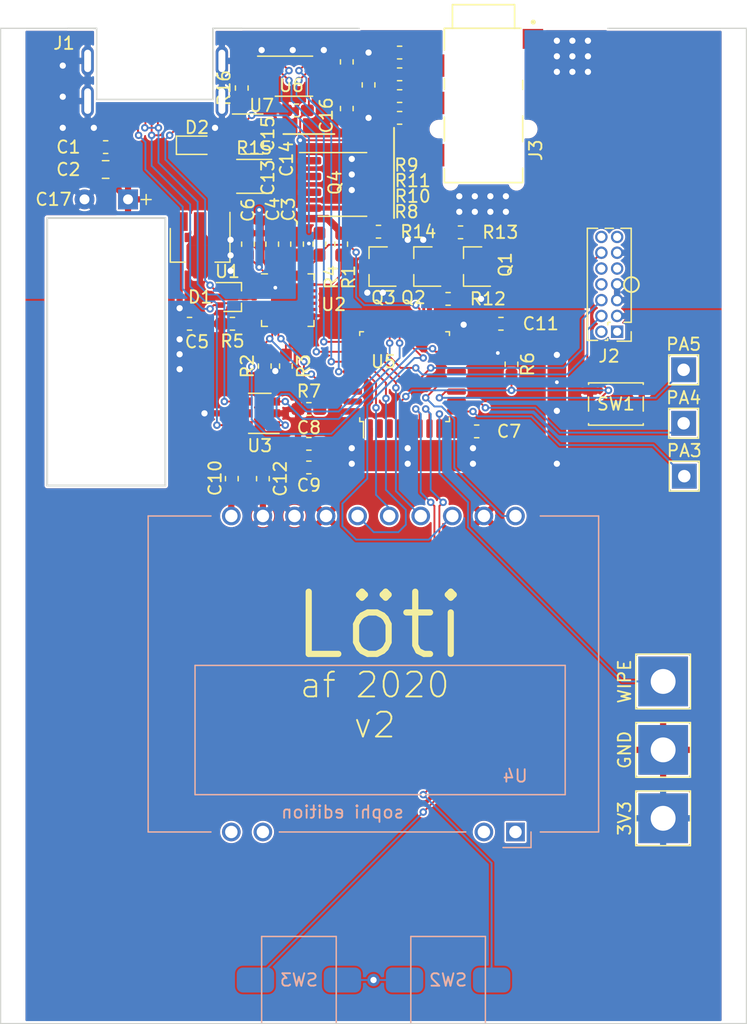
<source format=kicad_pcb>
(kicad_pcb (version 20171130) (host pcbnew "(5.1.5)-3")
  (layers (0 F.Cu mixed) (31 B.Cu mixed) (34 B.Paste user) (35 F.Paste user) (36 B.SilkS user) (37 F.SilkS user) (38 B.Mask user) (39 F.Mask user) (44 Edge.Cuts user))
  (net 0 "")
  (net 1 +3V3)
  (net 2 CC2)
  (net 3 CC1)
  (net 4 PWM)
  (net 5 USB_P)
  (net 6 USB_N)
  (net 7 HEATER-)
  (net 8 T-)
  (net 9 T+)
  (net 10 HEATER+)
  (net 11 I2C1_SCL)
  (net 12 I2C1_SDA)
  (net 13 PD_ALERT_INT)
  (net 14 SPI1_MOSI)
  (net 15 SPI1_MISO)
  (net 16 SPI1_SCK)
  (net 17 SPI1_NSS1)
  (net 18 LCD_NRST)
  (net 19 NRST)
  (net 20 SWCLK)
  (net 21 SWDIO)
  (net 22 SPI1_NSS2)
  (net 23 ADC_IN2)
  (net 24 PA3)
  (net 25 PA4)
  (net 26 PA5)
  (net 27 PD_RST)
  (net 28 "Net-(Q1-Pad1)")
  (net 29 "Net-(C3-Pad2)")
  (net 30 "Net-(C4-Pad1)")
  (net 31 "Net-(C10-Pad1)")
  (net 32 "Net-(C13-Pad2)")
  (net 33 "Net-(C14-Pad1)")
  (net 34 "Net-(J1-PadA7)")
  (net 35 "Net-(J1-PadA6)")
  (net 36 "Net-(Q1-Pad3)")
  (net 37 "Net-(Q2-Pad2)")
  (net 38 "Net-(Q4-Pad4)")
  (net 39 "Net-(R1-Pad1)")
  (net 40 "Net-(R7-Pad2)")
  (net 41 "Net-(SW2-Pad1)")
  (net 42 "Net-(SW3-Pad1)")
  (net 43 SHUNT+)
  (net 44 SHUNT-)
  (module Resistor_SMD:R_2010_5025Metric_Pad1.52x2.65mm_HandSolder (layer F.Cu) (at 80.4 53.4)
    (fp_text reference R15 (at 0 -2.28) (layer F.SilkS))
    (fp_text value 10m)
    (pad 2 smd roundrect (at 2.3375 0) (size 1.525 2.65) (layers F.Cu F.Paste F.Mask) (roundrect_rratio 0.163934) (net 44 SHUNT-))
    (pad 1 smd roundrect (at -2.3375 0) (size 1.525 2.65) (layers F.Cu F.Paste F.Mask) (roundrect_rratio 0.163934) (net 43 SHUNT+))
  )
  (module Resistor_SMD:R_0603_1608Metric_Pad1.05x0.95mm_HandSolder (layer F.Cu) (at 79.4 46.3 90)
    (fp_text reference R16 (at 0 -1.43 90) (layer F.SilkS))
    (fp_text value 1k)
    (pad 2 smd roundrect (at 0.875 0 90) (size 1.05 0.95) (layers F.Cu F.Paste F.Mask) (net 7 HEATER-))
    (pad 1 smd roundrect (at -0.875 0 90) (size 1.05 0.95) (layers F.Cu F.Paste F.Mask) (net 23 ADC_IN2))
  )
  (module Package_TO_SOT_SMD:SOT-23-5 (layer F.Cu) (at 80.2 50)
    (fp_text reference U7 (at 0.8 -2.3) (layer F.SilkS))
    (fp_text value INA138)
    (pad 5 smd rect (at 1.1 -0.95) (size 1.06 0.65) (layers F.Cu F.Paste F.Mask) (net 43 SHUNT+))
    (pad 4 smd rect (at 1.1 0.95) (size 1.06 0.65) (layers F.Cu F.Paste F.Mask) (net 44 SHUNT-))
    (pad 3 smd rect (at -1.1 0.95) (size 1.06 0.65) (layers F.Cu F.Paste F.Mask) (net 43 SHUNT+))
    (pad 2 smd rect (at -1.1 0) (size 1.06 0.65) (layers F.Cu F.Paste F.Mask) (net 7 HEATER-))
    (pad 1 smd rect (at -1.1 -0.95) (size 1.06 0.65) (layers F.Cu F.Paste F.Mask) (net 23 ADC_IN2))
  )
  (module Connector_PinHeader_1.27mm:PinHeader_2x07_P1.27mm_Vertical (layer F.Cu) (at 109.6 65.89 180)
    (fp_text reference J2 (at 0.65 -1.96 180) (layer F.SilkS))
    (fp_text value "Samtec FTS-107-01-L-D")
    (pad 14 thru_hole oval (at 1.27 7.62 180) (size 1 1) (drill 0.65) (layers *.Cu *.Mask))
    (pad 13 thru_hole oval (at 0 7.62 180) (size 1 1) (drill 0.65) (layers *.Cu *.Mask))
    (pad 12 thru_hole oval (at 1.27 6.35 180) (size 1 1) (drill 0.65) (layers *.Cu *.Mask) (net 19 NRST))
    (pad 11 thru_hole oval (at 0 6.35 180) (size 1 1) (drill 0.65) (layers *.Cu *.Mask) (net 7 HEATER-))
    (pad 10 thru_hole oval (at 1.27 5.08 180) (size 1 1) (drill 0.65) (layers *.Cu *.Mask))
    (pad 9 thru_hole oval (at 0 5.08 180) (size 1 1) (drill 0.65) (layers *.Cu *.Mask))
    (pad 8 thru_hole oval (at 1.27 3.81 180) (size 1 1) (drill 0.65) (layers *.Cu *.Mask))
    (pad 7 thru_hole oval (at 0 3.81 180) (size 1 1) (drill 0.65) (layers *.Cu *.Mask) (net 7 HEATER-))
    (pad 6 thru_hole oval (at 1.27 2.54 180) (size 1 1) (drill 0.65) (layers *.Cu *.Mask) (net 20 SWCLK))
    (pad 5 thru_hole oval (at 0 2.54 180) (size 1 1) (drill 0.65) (layers *.Cu *.Mask) (net 7 HEATER-))
    (pad 4 thru_hole oval (at 1.27 1.27 180) (size 1 1) (drill 0.65) (layers *.Cu *.Mask) (net 21 SWDIO))
    (pad 3 thru_hole oval (at 0 1.27 180) (size 1 1) (drill 0.65) (layers *.Cu *.Mask) (net 1 +3V3))
    (pad 2 thru_hole oval (at 1.27 0 180) (size 1 1) (drill 0.65) (layers *.Cu *.Mask))
    (pad 1 thru_hole rect (at 0 0 180) (size 1 1) (drill 0.65) (layers *.Cu *.Mask))
  )
  (module Diode_SMD:D_0603_1608Metric_Pad1.05x0.95mm_HandSolder (layer F.Cu) (at 75.8 50.9)
    (fp_text reference D2 (at 0 -1.43) (layer F.SilkS))
    (fp_text value ESDA25P35)
    (pad 2 smd roundrect (at 0.875 0) (size 1.05 0.95) (layers F.Cu F.Paste F.Mask) (net 7 HEATER-))
    (pad 1 smd roundrect (at -0.875 0) (size 1.05 0.95) (layers F.Cu F.Paste F.Mask) (net 43 SHUNT+))
  )
  (module Package_SO:SO-8_3.9x4.9mm_P1.27mm (layer F.Cu) (at 87.5 54.05)
    (fp_text reference Q4 (at -0.6 -0.15 90) (layer F.SilkS))
    (fp_text value "Si4825DDY, DMG4435SSS, IRF9393PbF")
    (pad 8 smd roundrect (at 2.575 -1.905) (size 1.75 0.6) (layers F.Cu F.Paste F.Mask) (net 10 HEATER+))
    (pad 7 smd roundrect (at 2.575 -0.635) (size 1.75 0.6) (layers F.Cu F.Paste F.Mask) (net 10 HEATER+))
    (pad 6 smd roundrect (at 2.575 0.635) (size 1.75 0.6) (layers F.Cu F.Paste F.Mask) (net 10 HEATER+))
    (pad 5 smd roundrect (at 2.575 1.905) (size 1.75 0.6) (layers F.Cu F.Paste F.Mask) (net 10 HEATER+))
    (pad 4 smd roundrect (at -2.575 1.905) (size 1.75 0.6) (layers F.Cu F.Paste F.Mask) (net 38 "Net-(Q4-Pad4)"))
    (pad 3 smd roundrect (at -2.575 0.635) (size 1.75 0.6) (layers F.Cu F.Paste F.Mask) (net 44 SHUNT-))
    (pad 2 smd roundrect (at -2.575 -0.635) (size 1.75 0.6) (layers F.Cu F.Paste F.Mask) (net 44 SHUNT-))
    (pad 1 smd roundrect (at -2.575 -1.905) (size 1.75 0.6) (layers F.Cu F.Paste F.Mask) (net 44 SHUNT-))
  )
  (module Package_TO_SOT_SMD:SOT-23 (layer F.Cu) (at 98 60.65 180)
    (fp_text reference Q1 (at -2.6 0.15 270) (layer F.SilkS))
    (fp_text value BC817)
    (pad 3 smd rect (at 1 0 180) (size 0.9 0.8) (layers F.Cu F.Paste F.Mask) (net 36 "Net-(Q1-Pad3)"))
    (pad 2 smd rect (at -1 0.95 180) (size 0.9 0.8) (layers F.Cu F.Paste F.Mask) (net 7 HEATER-))
    (pad 1 smd rect (at -1 -0.95 180) (size 0.9 0.8) (layers F.Cu F.Paste F.Mask) (net 28 "Net-(Q1-Pad1)"))
  )
  (module Display:EA_DOGS104X-A (layer B.Cu) (at 101.42 106.1 90)
    (fp_text reference U4 (at 4.5 -0.02) (layer B.SilkS) (effects (justify mirror)))
    (fp_text value EA_DOGS104B-A)
    (pad 2 thru_hole circle (at 0 -2.54 90) (size 1.5 1.5) (drill 1) (layers *.Cu *.Mask))
    (pad 9 thru_hole circle (at 0 -20.32 90) (size 1.5 1.5) (drill 1) (layers *.Cu *.Mask))
    (pad 10 thru_hole circle (at 0 -22.86 90) (size 1.5 1.5) (drill 1) (layers *.Cu *.Mask))
    (pad 11 thru_hole circle (at 25.4 -22.86 90) (size 1.5 1.5) (drill 1) (layers *.Cu *.Mask) (net 31 "Net-(C10-Pad1)"))
    (pad 12 thru_hole circle (at 25.4 -20.32 90) (size 1.5 1.5) (drill 1) (layers *.Cu *.Mask) (net 1 +3V3))
    (pad 13 thru_hole circle (at 25.4 -17.78 90) (size 1.5 1.5) (drill 1) (layers *.Cu *.Mask) (net 1 +3V3))
    (pad 14 thru_hole circle (at 25.4 -15.24 90) (size 1.5 1.5) (drill 1) (layers *.Cu *.Mask) (net 7 HEATER-))
    (pad 15 thru_hole circle (at 25.4 -12.7 90) (size 1.5 1.5) (drill 1) (layers *.Cu *.Mask) (net 15 SPI1_MISO))
    (pad 16 thru_hole circle (at 25.4 -10.16 90) (size 1.5 1.5) (drill 1) (layers *.Cu *.Mask) (net 14 SPI1_MOSI))
    (pad 17 thru_hole circle (at 25.4 -7.62 90) (size 1.5 1.5) (drill 1) (layers *.Cu *.Mask) (net 16 SPI1_SCK))
    (pad 18 thru_hole circle (at 25.4 -5.08 90) (size 1.5 1.5) (drill 1) (layers *.Cu *.Mask) (net 22 SPI1_NSS2))
    (pad 19 thru_hole circle (at 25.4 -2.54 90) (size 1.5 1.5) (drill 1) (layers *.Cu *.Mask) (net 7 HEATER-))
    (pad 20 thru_hole circle (at 25.4 0 90) (size 1.5 1.5) (drill 1) (layers *.Cu *.Mask) (net 18 LCD_NRST))
    (pad 1 thru_hole rect (at 0 0 90) (size 1.5 1.5) (drill 1) (layers *.Cu *.Mask))
  )
  (module custom:Omron-B3AL (layer B.Cu) (at 96 118 180)
    (fp_text reference SW2 (at 0 0) (layer B.SilkS) (effects (justify mirror)))
    (fp_text value SW_SPST)
    (pad 2 smd roundrect (at 3.5 0 180) (size 3 2) (layers B.Cu B.Paste B.Mask) (net 7 HEATER-))
    (pad 1 smd roundrect (at -3.5 0 180) (size 3 2) (layers B.Cu B.Paste B.Mask) (net 41 "Net-(SW2-Pad1)"))
  )
  (module custom:Omron-B3AL (layer B.Cu) (at 84 118)
    (fp_text reference SW3 (at 0 0) (layer B.SilkS) (effects (justify mirror)))
    (fp_text value SW_SPST)
    (pad 2 smd roundrect (at 3.5 0) (size 3 2) (layers B.Cu B.Paste B.Mask) (net 7 HEATER-))
    (pad 1 smd roundrect (at -3.5 0) (size 3 2) (layers B.Cu B.Paste B.Mask) (net 42 "Net-(SW3-Pad1)"))
  )
  (module Capacitor_SMD:C_0603_1608Metric_Pad1.05x0.95mm_HandSolder (layer F.Cu) (at 79.9 58.85 270)
    (fp_text reference C6 (at -2.75 0 90) (layer F.SilkS))
    (fp_text value 0.1μF)
    (pad 2 smd roundrect (at 0.875 0 270) (size 1.05 0.95) (layers F.Cu F.Paste F.Mask) (net 43 SHUNT+))
    (pad 1 smd roundrect (at -0.875 0 270) (size 1.05 0.95) (layers F.Cu F.Paste F.Mask) (net 7 HEATER-))
  )
  (module custom:CUI_SJ-43614-SMT (layer F.Cu) (at 98.85 47.7 270)
    (fp_text reference J3 (at 3.6 -4.2 90) (layer F.SilkS) (effects (font (size 1.000228 1.000228))))
    (fp_text value AudioJack4)
    (fp_line (start -6.2 -3.15) (end 1.3 -3.15) (layer Edge.Cuts) (width 0.0001))
    (fp_line (start 2.5 -3.15) (end 6.2 -3.15) (layer Edge.Cuts) (width 0.0001))
    (fp_line (start 6.2 -2.15) (end 6.2 2.15) (layer Edge.Cuts) (width 0.0001))
    (fp_line (start 6.2 3.15) (end 2.5 3.15) (layer Edge.Cuts) (width 0.0001))
    (fp_line (start -6.2 3.15) (end 1.3 3.15) (layer Edge.Cuts) (width 0.0001))
    (fp_line (start -6.2 -3.15) (end -6.2 -10) (layer Edge.Cuts) (width 0.0001))
    (fp_line (start -6.2 3.15) (end -6.2 10) (layer Edge.Cuts) (width 0.0001))
    (fp_arc (start 6.2 -2.65) (end 6.7 -2.65) (angle -90) (layer Edge.Cuts) (width 0.0001))
    (fp_arc (start 6.2 -2.65) (end 6.2 -2.15) (angle -90) (layer Edge.Cuts) (width 0.0001))
    (fp_arc (start 6.2 2.65) (end 6.7 2.65) (angle -90) (layer Edge.Cuts) (width 0.0001))
    (fp_arc (start 6.2 2.65) (end 6.2 3.15) (angle -90) (layer Edge.Cuts) (width 0.0001))
    (fp_line (start 1.3 -3.15) (end 1.3 -3.6) (layer Edge.Cuts) (width 0.0001))
    (fp_line (start 2.5 -3.15) (end 2.5 -3.6) (layer Edge.Cuts) (width 0.0001))
    (fp_arc (start 1.9 -3.6) (end 1.9 -4.2) (angle -90) (layer Edge.Cuts) (width 0.0001))
    (fp_arc (start 1.9 -3.6) (end 2.5 -3.6) (angle -90) (layer Edge.Cuts) (width 0.0001))
    (fp_line (start 1.3 3.15) (end 1.3 3.6) (layer Edge.Cuts) (width 0.0001))
    (fp_line (start 2.5 3.15) (end 2.5 3.6) (layer Edge.Cuts) (width 0.0001))
    (fp_arc (start 1.9 3.6) (end 1.9 4.2) (angle -90) (layer Edge.Cuts) (width 0.0001))
    (fp_arc (start 1.9 3.6) (end 1.3 3.6) (angle -90) (layer Edge.Cuts) (width 0.0001))
    (pad S smd rect (at -5.35 -3.975 270) (size 1.6 1.65) (layers F.Cu F.Paste F.Mask) (net 7 HEATER-))
    (pad T smd rect (at 4 3.975 270) (size 1.8 1.65) (layers F.Cu F.Paste F.Mask) (net 10 HEATER+))
    (pad R1 smd rect (at -0.2 3.975 270) (size 1.8 1.65) (layers F.Cu F.Paste F.Mask) (net 9 T+))
    (pad R2 smd rect (at -3.2 3.975 270) (size 1.8 1.65) (layers F.Cu F.Paste F.Mask) (net 8 T-))
  )
  (module Capacitor_SMD:C_0603_1608Metric_Pad1.05x0.95mm_HandSolder (layer F.Cu) (at 89.6 46.05 270)
    (fp_text reference C14 (at 5.95 6.6 90) (layer F.SilkS))
    (fp_text value "1μF 25V")
    (pad 2 smd roundrect (at 0.875 0 270) (size 1.05 0.95) (layers F.Cu F.Paste F.Mask) (net 32 "Net-(C13-Pad2)"))
    (pad 1 smd roundrect (at -0.875 0 270) (size 1.05 0.95) (layers F.Cu F.Paste F.Mask) (net 33 "Net-(C14-Pad1)"))
  )
  (module Package_SO:VSSOP-10_3x3mm_P0.5mm (layer F.Cu) (at 83.6 45.35)
    (fp_text reference U6 (at -0.2 0.75) (layer F.SilkS))
    (fp_text value ADS1118IDGS)
    (pad 10 smd roundrect (at 2.2 -1) (size 1.45 0.3) (layers F.Cu F.Paste F.Mask) (net 14 SPI1_MOSI))
    (pad 9 smd roundrect (at 2.2 -0.5) (size 1.45 0.3) (layers F.Cu F.Paste F.Mask) (net 15 SPI1_MISO))
    (pad 8 smd roundrect (at 2.2 0) (size 1.45 0.3) (layers F.Cu F.Paste F.Mask) (net 1 +3V3))
    (pad 7 smd roundrect (at 2.2 0.5) (size 1.45 0.3) (layers F.Cu F.Paste F.Mask) (net 33 "Net-(C14-Pad1)"))
    (pad 6 smd roundrect (at 2.2 1) (size 1.45 0.3) (layers F.Cu F.Paste F.Mask) (net 32 "Net-(C13-Pad2)"))
    (pad 5 smd roundrect (at -2.2 1) (size 1.45 0.3) (layers F.Cu F.Paste F.Mask))
    (pad 4 smd roundrect (at -2.2 0.5) (size 1.45 0.3) (layers F.Cu F.Paste F.Mask))
    (pad 3 smd roundrect (at -2.2 0) (size 1.45 0.3) (layers F.Cu F.Paste F.Mask) (net 7 HEATER-))
    (pad 2 smd roundrect (at -2.2 -0.5) (size 1.45 0.3) (layers F.Cu F.Paste F.Mask) (net 17 SPI1_NSS1))
    (pad 1 smd roundrect (at -2.2 -1) (size 1.45 0.3) (layers F.Cu F.Paste F.Mask) (net 16 SPI1_SCK))
  )
  (module custom:CP_Radial_D8.0mm_P3.50mm_HOR (layer F.Cu) (at 70.25 55.25 180)
    (fp_text reference C17 (at 6 0) (layer F.SilkS))
    (fp_text value EEU-FR1V471L)
    (pad 1 thru_hole rect (at 0 0 180) (size 1.6 1.6) (drill 0.8) (layers *.Cu *.Mask) (net 43 SHUNT+))
    (pad 2 thru_hole circle (at 3.5 0 180) (size 1.6 1.6) (drill 0.8) (layers *.Cu *.Mask) (net 7 HEATER-))
  )
  (module Package_TO_SOT_SMD:SOT-23 (layer F.Cu) (at 90.4 60.65 180)
    (fp_text reference Q3 (at -0.4 -2.5) (layer F.SilkS))
    (fp_text value BC807)
    (pad 3 smd rect (at 1 0 180) (size 0.9 0.8) (layers F.Cu F.Paste F.Mask) (net 7 HEATER-))
    (pad 2 smd rect (at -1 0.95 180) (size 0.9 0.8) (layers F.Cu F.Paste F.Mask) (net 37 "Net-(Q2-Pad2)"))
    (pad 1 smd rect (at -1 -0.95 180) (size 0.9 0.8) (layers F.Cu F.Paste F.Mask) (net 36 "Net-(Q1-Pad3)"))
  )
  (module Package_QFP:LQFP-32_7x7mm_P0.8mm (layer F.Cu) (at 92.5 69.5 90)
    (fp_text reference U5 (at 1.2 -1.7 180) (layer F.SilkS))
    (fp_text value STM32F042K6Tx)
    (pad 1 smd roundrect (at -4.175 -2.8 90) (size 1.5 0.5) (layers F.Cu F.Paste F.Mask) (net 1 +3V3))
    (pad 2 smd roundrect (at -4.175 -2 90) (size 1.5 0.5) (layers F.Cu F.Paste F.Mask))
    (pad 3 smd roundrect (at -4.175 -1.2 90) (size 1.5 0.5) (layers F.Cu F.Paste F.Mask))
    (pad 4 smd roundrect (at -4.175 -0.4 90) (size 1.5 0.5) (layers F.Cu F.Paste F.Mask) (net 19 NRST))
    (pad 5 smd roundrect (at -4.175 0.4 90) (size 1.5 0.5) (layers F.Cu F.Paste F.Mask) (net 1 +3V3))
    (pad 6 smd roundrect (at -4.175 1.2 90) (size 1.5 0.5) (layers F.Cu F.Paste F.Mask) (net 41 "Net-(SW2-Pad1)"))
    (pad 7 smd roundrect (at -4.175 2 90) (size 1.5 0.5) (layers F.Cu F.Paste F.Mask) (net 42 "Net-(SW3-Pad1)"))
    (pad 8 smd roundrect (at -4.175 2.8 90) (size 1.5 0.5) (layers F.Cu F.Paste F.Mask) (net 23 ADC_IN2))
    (pad 9 smd roundrect (at -2.8 4.175 90) (size 0.5 1.5) (layers F.Cu F.Paste F.Mask) (net 24 PA3))
    (pad 10 smd roundrect (at -2 4.175 90) (size 0.5 1.5) (layers F.Cu F.Paste F.Mask) (net 25 PA4))
    (pad 11 smd roundrect (at -1.2 4.175 90) (size 0.5 1.5) (layers F.Cu F.Paste F.Mask) (net 26 PA5))
    (pad 12 smd roundrect (at -0.4 4.175 90) (size 0.5 1.5) (layers F.Cu F.Paste F.Mask) (net 18 LCD_NRST))
    (pad 13 smd roundrect (at 0.4 4.175 90) (size 0.5 1.5) (layers F.Cu F.Paste F.Mask))
    (pad 14 smd roundrect (at 1.2 4.175 90) (size 0.5 1.5) (layers F.Cu F.Paste F.Mask))
    (pad 15 smd roundrect (at 2 4.175 90) (size 0.5 1.5) (layers F.Cu F.Paste F.Mask) (net 27 PD_RST))
    (pad 16 smd roundrect (at 2.8 4.175 90) (size 0.5 1.5) (layers F.Cu F.Paste F.Mask) (net 7 HEATER-))
    (pad 17 smd roundrect (at 4.175 2.8 90) (size 1.5 0.5) (layers F.Cu F.Paste F.Mask) (net 1 +3V3))
    (pad 18 smd roundrect (at 4.175 2 90) (size 1.5 0.5) (layers F.Cu F.Paste F.Mask) (net 4 PWM))
    (pad 19 smd roundrect (at 4.175 1.2 90) (size 1.5 0.5) (layers F.Cu F.Paste F.Mask) (net 13 PD_ALERT_INT))
    (pad 20 smd roundrect (at 4.175 0.4 90) (size 1.5 0.5) (layers F.Cu F.Paste F.Mask) (net 22 SPI1_NSS2))
    (pad 21 smd roundrect (at 4.175 -0.4 90) (size 1.5 0.5) (layers F.Cu F.Paste F.Mask) (net 6 USB_N))
    (pad 22 smd roundrect (at 4.175 -1.2 90) (size 1.5 0.5) (layers F.Cu F.Paste F.Mask) (net 5 USB_P))
    (pad 23 smd roundrect (at 4.175 -2 90) (size 1.5 0.5) (layers F.Cu F.Paste F.Mask) (net 21 SWDIO))
    (pad 24 smd roundrect (at 4.175 -2.8 90) (size 1.5 0.5) (layers F.Cu F.Paste F.Mask) (net 20 SWCLK))
    (pad 25 smd roundrect (at 2.8 -4.175 90) (size 0.5 1.5) (layers F.Cu F.Paste F.Mask) (net 17 SPI1_NSS1))
    (pad 26 smd roundrect (at 2 -4.175 90) (size 0.5 1.5) (layers F.Cu F.Paste F.Mask) (net 16 SPI1_SCK))
    (pad 27 smd roundrect (at 1.2 -4.175 90) (size 0.5 1.5) (layers F.Cu F.Paste F.Mask) (net 15 SPI1_MISO))
    (pad 28 smd roundrect (at 0.4 -4.175 90) (size 0.5 1.5) (layers F.Cu F.Paste F.Mask) (net 14 SPI1_MOSI))
    (pad 29 smd roundrect (at -0.4 -4.175 90) (size 0.5 1.5) (layers F.Cu F.Paste F.Mask) (net 11 I2C1_SCL))
    (pad 30 smd roundrect (at -1.2 -4.175 90) (size 0.5 1.5) (layers F.Cu F.Paste F.Mask) (net 12 I2C1_SDA))
    (pad 31 smd roundrect (at -2 -4.175 90) (size 0.5 1.5) (layers F.Cu F.Paste F.Mask) (net 40 "Net-(R7-Pad2)"))
    (pad 32 smd roundrect (at -2.8 -4.175 90) (size 0.5 1.5) (layers F.Cu F.Paste F.Mask) (net 7 HEATER-))
  )
  (module Resistor_SMD:R_0603_1608Metric_Pad1.05x0.95mm_HandSolder (layer F.Cu) (at 78.65 65.25)
    (fp_text reference R5 (at 0 1.4) (layer F.SilkS))
    (fp_text value 10k)
    (pad 2 smd roundrect (at 0.875 0) (size 1.05 0.95) (layers F.Cu F.Paste F.Mask) (net 27 PD_RST))
    (pad 1 smd roundrect (at -0.875 0) (size 1.05 0.95) (layers F.Cu F.Paste F.Mask) (net 7 HEATER-))
  )
  (module Resistor_SMD:R_0603_1608Metric_Pad1.05x0.95mm_HandSolder (layer F.Cu) (at 82.95 68.65 270)
    (fp_text reference R3 (at 0 -1.43 90) (layer F.SilkS))
    (fp_text value 1k)
    (pad 2 smd roundrect (at 0.875 0 270) (size 1.05 0.95) (layers F.Cu F.Paste F.Mask) (net 1 +3V3))
    (pad 1 smd roundrect (at -0.875 0 270) (size 1.05 0.95) (layers F.Cu F.Paste F.Mask) (net 12 I2C1_SDA))
  )
  (module Capacitor_SMD:C_0603_1608Metric_Pad1.05x0.95mm_HandSolder (layer F.Cu) (at 83.85 58.85 270)
    (fp_text reference C3 (at -2.8 0.7 90) (layer F.SilkS))
    (fp_text value "1μF 25V")
    (pad 2 smd roundrect (at 0.875 0 270) (size 1.05 0.95) (layers F.Cu F.Paste F.Mask) (net 29 "Net-(C3-Pad2)"))
    (pad 1 smd roundrect (at -0.875 0 270) (size 1.05 0.95) (layers F.Cu F.Paste F.Mask) (net 7 HEATER-))
  )
  (module Package_TO_SOT_SMD:SOT-89-3 (layer F.Cu) (at 76.05 58.5165 270)
    (fp_text reference U1 (at 2.5335 -2.2 180) (layer F.SilkS))
    (fp_text value AP2204R-3.3)
    (pad 2 smd trapezoid (at -0.0762 0) (size 1.5 1) (rect_delta 0 0.7) (layers F.Cu F.Paste F.Mask) (net 7 HEATER-))
    (pad 2 smd rect (at 1.3335 0 180) (size 2.2 1.84) (layers F.Cu F.Paste F.Mask) (net 7 HEATER-))
    (pad 3 smd rect (at -1.48 1.5 180) (size 1 1.5) (layers F.Cu F.Paste F.Mask) (net 1 +3V3))
    (pad 2 smd rect (at -1.3335 0 180) (size 1 1.8) (layers F.Cu F.Paste F.Mask) (net 7 HEATER-))
    (pad 1 smd rect (at -1.48 -1.5 180) (size 1 1.5) (layers F.Cu F.Paste F.Mask) (net 43 SHUNT+))
    (pad 2 smd trapezoid (at 2.667 0 180) (size 1.6 0.85) (rect_delta 0 0.6) (layers F.Cu F.Paste F.Mask) (net 7 HEATER-))
  )
  (module Resistor_SMD:R_0603_1608Metric_Pad1.05x0.95mm_HandSolder (layer F.Cu) (at 90.4 57.85 180)
    (fp_text reference R14 (at -3.2 0) (layer F.SilkS))
    (fp_text value 20)
    (pad 2 smd roundrect (at 0.875 0 180) (size 1.05 0.95) (layers F.Cu F.Paste F.Mask) (net 38 "Net-(Q4-Pad4)"))
    (pad 1 smd roundrect (at -0.875 0 180) (size 1.05 0.95) (layers F.Cu F.Paste F.Mask) (net 37 "Net-(Q2-Pad2)"))
  )
  (module Resistor_SMD:R_0603_1608Metric_Pad1.05x0.95mm_HandSolder (layer F.Cu) (at 97 57.9 180)
    (fp_text reference R13 (at -3.2 0) (layer F.SilkS))
    (fp_text value 1k)
    (pad 2 smd roundrect (at 0.875 0 180) (size 1.05 0.95) (layers F.Cu F.Paste F.Mask) (net 43 SHUNT+))
    (pad 1 smd roundrect (at -0.875 0 180) (size 1.05 0.95) (layers F.Cu F.Paste F.Mask) (net 36 "Net-(Q1-Pad3)"))
  )
  (module Resistor_SMD:R_0603_1608Metric_Pad1.05x0.95mm_HandSolder (layer F.Cu) (at 96 63.25)
    (fp_text reference R12 (at 3.2 0) (layer F.SilkS))
    (fp_text value 1k)
    (pad 2 smd roundrect (at 0.875 0) (size 1.05 0.95) (layers F.Cu F.Paste F.Mask) (net 28 "Net-(Q1-Pad1)"))
    (pad 1 smd roundrect (at -0.875 0) (size 1.05 0.95) (layers F.Cu F.Paste F.Mask) (net 4 PWM))
  )
  (module Resistor_SMD:R_0603_1608Metric_Pad1.05x0.95mm_HandSolder (layer F.Cu) (at 92.1 45.2 180)
    (fp_text reference R11 (at -1.05 -8.55 180) (layer F.SilkS))
    (fp_text value 470)
    (pad 2 smd roundrect (at 0.875 0 180) (size 1.05 0.95) (layers F.Cu F.Paste F.Mask) (net 33 "Net-(C14-Pad1)"))
    (pad 1 smd roundrect (at -0.875 0 180) (size 1.05 0.95) (layers F.Cu F.Paste F.Mask) (net 8 T-))
  )
  (module Resistor_SMD:R_0603_1608Metric_Pad1.05x0.95mm_HandSolder (layer F.Cu) (at 92.1 46.95 180)
    (fp_text reference R10 (at -1.05 -8.05) (layer F.SilkS))
    (fp_text value 470)
    (pad 2 smd roundrect (at 0.875 0 180) (size 1.05 0.95) (layers F.Cu F.Paste F.Mask) (net 32 "Net-(C13-Pad2)"))
    (pad 1 smd roundrect (at -0.875 0 180) (size 1.05 0.95) (layers F.Cu F.Paste F.Mask) (net 9 T+))
  )
  (module Resistor_SMD:R_0603_1608Metric_Pad1.05x0.95mm_HandSolder (layer F.Cu) (at 92.1 43.45 180)
    (fp_text reference R9 (at -0.55 -9.05) (layer F.SilkS))
    (fp_text value 1M)
    (pad 2 smd roundrect (at 0.875 0 180) (size 1.05 0.95) (layers F.Cu F.Paste F.Mask) (net 7 HEATER-))
    (pad 1 smd roundrect (at -0.875 0 180) (size 1.05 0.95) (layers F.Cu F.Paste F.Mask) (net 8 T-))
  )
  (module Resistor_SMD:R_0603_1608Metric_Pad1.05x0.95mm_HandSolder (layer F.Cu) (at 92.1 48.7 180)
    (fp_text reference R8 (at -0.55 -7.55 180) (layer F.SilkS))
    (fp_text value 1M)
    (pad 2 smd roundrect (at 0.875 0 180) (size 1.05 0.95) (layers F.Cu F.Paste F.Mask) (net 1 +3V3))
    (pad 1 smd roundrect (at -0.875 0 180) (size 1.05 0.95) (layers F.Cu F.Paste F.Mask) (net 9 T+))
  )
  (module Resistor_SMD:R_0603_1608Metric_Pad1.05x0.95mm_HandSolder (layer F.Cu) (at 84.8 72.1)
    (fp_text reference R7 (at 0 -1.43) (layer F.SilkS))
    (fp_text value 10k)
    (pad 2 smd roundrect (at 0.875 0) (size 1.05 0.95) (layers F.Cu F.Paste F.Mask) (net 40 "Net-(R7-Pad2)"))
    (pad 1 smd roundrect (at -0.875 0) (size 1.05 0.95) (layers F.Cu F.Paste F.Mask) (net 7 HEATER-))
  )
  (module Resistor_SMD:R_0603_1608Metric_Pad1.05x0.95mm_HandSolder (layer F.Cu) (at 101.1 68.5 270)
    (fp_text reference R6 (at 0 -1.3 90) (layer F.SilkS))
    (fp_text value 10k)
    (pad 2 smd roundrect (at 0.875 0 270) (size 1.05 0.95) (layers F.Cu F.Paste F.Mask) (net 19 NRST))
    (pad 1 smd roundrect (at -0.875 0 270) (size 1.05 0.95) (layers F.Cu F.Paste F.Mask) (net 1 +3V3))
  )
  (module Resistor_SMD:R_0603_1608Metric_Pad1.05x0.95mm_HandSolder (layer F.Cu) (at 85.65 58.85 90)
    (fp_text reference R4 (at -2.65 0.95 90) (layer F.SilkS))
    (fp_text value 1k)
    (pad 2 smd roundrect (at 0.875 0 90) (size 1.05 0.95) (layers F.Cu F.Paste F.Mask) (net 1 +3V3))
    (pad 1 smd roundrect (at -0.875 0 90) (size 1.05 0.95) (layers F.Cu F.Paste F.Mask) (net 13 PD_ALERT_INT))
  )
  (module Resistor_SMD:R_0603_1608Metric_Pad1.05x0.95mm_HandSolder (layer F.Cu) (at 81.25 68.65 270)
    (fp_text reference R2 (at 0 1.4 90) (layer F.SilkS))
    (fp_text value 1k)
    (pad 2 smd roundrect (at 0.875 0 270) (size 1.05 0.95) (layers F.Cu F.Paste F.Mask) (net 1 +3V3))
    (pad 1 smd roundrect (at -0.875 0 270) (size 1.05 0.95) (layers F.Cu F.Paste F.Mask) (net 11 I2C1_SCL))
  )
  (module Resistor_SMD:R_0603_1608Metric_Pad1.05x0.95mm_HandSolder (layer F.Cu) (at 87.4 58.85 90)
    (fp_text reference R1 (at -2.65 0.6 90) (layer F.SilkS))
    (fp_text value 1k)
    (pad 2 smd roundrect (at 0.875 0 90) (size 1.05 0.95) (layers F.Cu F.Paste F.Mask) (net 43 SHUNT+))
    (pad 1 smd roundrect (at -0.875 0 90) (size 1.05 0.95) (layers F.Cu F.Paste F.Mask) (net 39 "Net-(R1-Pad1)"))
  )
  (module Package_TO_SOT_SMD:SOT-23 (layer F.Cu) (at 94 60.65 180)
    (fp_text reference Q2 (at 0.8 -2.5) (layer F.SilkS))
    (fp_text value BC817)
    (pad 3 smd rect (at 1 0 180) (size 0.9 0.8) (layers F.Cu F.Paste F.Mask) (net 43 SHUNT+))
    (pad 2 smd rect (at -1 0.95 180) (size 0.9 0.8) (layers F.Cu F.Paste F.Mask) (net 37 "Net-(Q2-Pad2)"))
    (pad 1 smd rect (at -1 -0.95 180) (size 0.9 0.8) (layers F.Cu F.Paste F.Mask) (net 36 "Net-(Q1-Pad3)"))
  )
  (module Package_TO_SOT_SMD:SOT-323_SC-70 (layer F.Cu) (at 78.65 63.1)
    (fp_text reference D1 (at -2.6 0 180) (layer F.SilkS))
    (fp_text value ESDA25W)
    (pad 3 smd rect (at 1 0 270) (size 0.45 0.7) (layers F.Cu F.Paste F.Mask) (net 7 HEATER-))
    (pad 2 smd rect (at -1 0.65 270) (size 0.45 0.7) (layers F.Cu F.Paste F.Mask) (net 2 CC2))
    (pad 1 smd rect (at -1 -0.65 270) (size 0.45 0.7) (layers F.Cu F.Paste F.Mask) (net 3 CC1))
  )
  (module Package_TO_SOT_SMD:SOT-23-6 (layer F.Cu) (at 80.85 72.45 180)
    (fp_text reference U3 (at 0 -2.6) (layer F.SilkS))
    (fp_text value USBLC6-2SC6)
    (pad 5 smd rect (at 1.1 0 180) (size 1.06 0.65) (layers F.Cu F.Paste F.Mask) (net 1 +3V3))
    (pad 6 smd rect (at 1.1 -0.95 180) (size 1.06 0.65) (layers F.Cu F.Paste F.Mask) (net 35 "Net-(J1-PadA6)"))
    (pad 4 smd rect (at 1.1 0.95 180) (size 1.06 0.65) (layers F.Cu F.Paste F.Mask) (net 34 "Net-(J1-PadA7)"))
    (pad 3 smd rect (at -1.1 0.95 180) (size 1.06 0.65) (layers F.Cu F.Paste F.Mask) (net 6 USB_N))
    (pad 2 smd rect (at -1.1 0 180) (size 1.06 0.65) (layers F.Cu F.Paste F.Mask) (net 7 HEATER-))
    (pad 1 smd rect (at -1.1 -0.95 180) (size 1.06 0.65) (layers F.Cu F.Paste F.Mask) (net 5 USB_P))
  )
  (module Button_Switch_SMD:SW_SPST_PTS810 (layer F.Cu) (at 109.5 71.7 180)
    (fp_text reference SW1 (at 0 0) (layer F.SilkS))
    (fp_text value key2)
    (pad 2 smd rect (at 2.075 1.075 180) (size 1.05 0.65) (layers F.Cu F.Paste F.Mask) (net 7 HEATER-))
    (pad 2 smd rect (at -2.075 1.075 180) (size 1.05 0.65) (layers F.Cu F.Paste F.Mask) (net 7 HEATER-))
    (pad 1 smd rect (at 2.075 -1.075 180) (size 1.05 0.65) (layers F.Cu F.Paste F.Mask) (net 19 NRST))
    (pad 1 smd rect (at -2.075 -1.075 180) (size 1.05 0.65) (layers F.Cu F.Paste F.Mask) (net 19 NRST))
  )
  (module Capacitor_SMD:C_0805_2012Metric_Pad1.15x1.40mm_HandSolder (layer F.Cu) (at 68.45 52.85 180)
    (fp_text reference C2 (at 3 0) (layer F.SilkS))
    (fp_text value "4.7μF 25V")
    (pad 2 smd roundrect (at 1.025 0 180) (size 1.15 1.4) (layers F.Cu F.Paste F.Mask) (roundrect_rratio 0.217391) (net 7 HEATER-))
    (pad 1 smd roundrect (at -1.025 0 180) (size 1.15 1.4) (layers F.Cu F.Paste F.Mask) (roundrect_rratio 0.217391) (net 43 SHUNT+))
  )
  (module TestPoint:TestPoint_THTPad_2.0x2.0mm_Drill1.0mm (layer F.Cu) (at 114.95 68.95 180)
    (fp_text reference TP6 hide)
    (fp_text value PA5 (at 0 2.05) (layer F.SilkS))
    (pad 1 thru_hole rect (at 0 0 180) (size 2 2) (drill 1) (layers *.Cu *.Mask) (net 26 PA5))
  )
  (module TestPoint:TestPoint_THTPad_2.0x2.0mm_Drill1.0mm (layer F.Cu) (at 114.95 73.25 180)
    (fp_text reference TP5 hide)
    (fp_text value PA4 (at 0 2.05) (layer F.SilkS))
    (pad 1 thru_hole rect (at 0 0 180) (size 2 2) (drill 1) (layers *.Cu *.Mask) (net 25 PA4))
  )
  (module TestPoint:TestPoint_THTPad_2.0x2.0mm_Drill1.0mm (layer F.Cu) (at 115 77.5 180)
    (fp_text reference TP4 hide)
    (fp_text value PA3 (at 0 2.05) (layer F.SilkS))
    (pad 1 thru_hole rect (at 0 0 180) (size 2 2) (drill 1) (layers *.Cu *.Mask) (net 24 PA3))
  )
  (module TestPoint:TestPoint_THTPad_4.0x4.0mm_Drill2.0mm (layer F.Cu) (at 113.3 105 270)
    (fp_text reference TP3 hide)
    (fp_text value 3V3 (at 0 3.1 90) (layer F.SilkS))
    (pad 1 thru_hole rect (at 0 0 270) (size 4 4) (drill 2) (layers *.Cu *.Mask) (net 1 +3V3))
  )
  (module TestPoint:TestPoint_THTPad_4.0x4.0mm_Drill2.0mm (layer F.Cu) (at 113.3 99.5 270)
    (fp_text reference TP2 hide)
    (fp_text value GND (at 0 3.1 90) (layer F.SilkS))
    (pad 1 thru_hole rect (at 0 0 270) (size 4 4) (drill 2) (layers *.Cu *.Mask) (net 7 HEATER-))
  )
  (module TestPoint:TestPoint_THTPad_4.0x4.0mm_Drill2.0mm (layer F.Cu) (at 113.3 94 270)
    (fp_text reference TP1 hide)
    (fp_text value WIPE (at 0 3.1 90) (layer F.SilkS))
    (pad 1 thru_hole rect (at 0 0 270) (size 4 4) (drill 2) (layers *.Cu *.Mask))
  )
  (module custom:CX90M-16P (layer F.Cu) (at 72.4 41.5 180)
    (fp_text reference J1 (at 7.3 -1.2) (layer F.SilkS))
    (fp_text value USB_C_Receptacle_USB2.0)
    (fp_line (start -7 0) (end -4.675 0) (layer Edge.Cuts) (width 0.12))
    (fp_line (start 4.675 0) (end 7 0) (layer Edge.Cuts) (width 0.12))
    (fp_line (start 4.675 -5.72) (end -4.675 -5.72) (layer Edge.Cuts) (width 0.12))
    (fp_line (start 4.675 -5.72) (end 4.675 0) (layer Edge.Cuts) (width 0.12))
    (fp_line (start -4.675 -5.72) (end -4.675 0) (layer Edge.Cuts) (width 0.12))
    (pad S1 thru_hole oval (at 5.4 -2.62 180) (size 1 2.4) (drill oval 0.55 1.8) (layers *.Cu *.Mask) (net 7 HEATER-))
    (pad S1 thru_hole oval (at 5.4 -5.85 180) (size 1 2.55) (drill oval 0.55 2.05) (layers *.Cu *.Mask) (net 7 HEATER-))
    (pad S1 thru_hole oval (at -5.4 -5.85 180) (size 1 2.55) (drill oval 0.55 2.05) (layers *.Cu *.Mask) (net 7 HEATER-))
    (pad S1 thru_hole oval (at -5.4 -2.62 180) (size 1 2.4) (drill oval 0.55 1.8) (layers *.Cu *.Mask) (net 7 HEATER-))
    (pad MID smd rect (at 4.25 -6.47 180) (size 0.3 0.9) (layers F.Cu F.Paste F.Mask))
    (pad A12 smd rect (at 3.75 -6.47 180) (size 0.3 0.9) (layers F.Cu F.Paste F.Mask) (net 7 HEATER-))
    (pad B1 smd rect (at 3.25 -6.47 180) (size 0.3 0.9) (layers F.Cu F.Paste F.Mask) (net 7 HEATER-))
    (pad A9 smd rect (at 2.75 -6.47 180) (size 0.3 0.9) (layers F.Cu F.Paste F.Mask) (net 43 SHUNT+))
    (pad B4 smd rect (at 2.25 -6.47 180) (size 0.3 0.9) (layers F.Cu F.Paste F.Mask) (net 43 SHUNT+))
    (pad A8 smd rect (at 1.75 -6.47 180) (size 0.3 0.9) (layers F.Cu F.Paste F.Mask))
    (pad B5 smd rect (at 1.25 -6.47 180) (size 0.3 0.9) (layers F.Cu F.Paste F.Mask) (net 2 CC2))
    (pad A7 smd rect (at 0.75 -6.47 180) (size 0.3 0.9) (layers F.Cu F.Paste F.Mask) (net 34 "Net-(J1-PadA7)"))
    (pad B6 smd rect (at 0.25 -6.47 180) (size 0.3 0.9) (layers F.Cu F.Paste F.Mask) (net 35 "Net-(J1-PadA6)"))
    (pad B7 smd rect (at -0.25 -6.47 180) (size 0.3 0.9) (layers F.Cu F.Paste F.Mask) (net 34 "Net-(J1-PadA7)"))
    (pad A6 smd rect (at -0.75 -6.47 180) (size 0.3 0.9) (layers F.Cu F.Paste F.Mask) (net 35 "Net-(J1-PadA6)"))
    (pad B8 smd rect (at -1.25 -6.47 180) (size 0.3 0.9) (layers F.Cu F.Paste F.Mask))
    (pad A5 smd rect (at -1.75 -6.47 180) (size 0.3 0.9) (layers F.Cu F.Paste F.Mask) (net 3 CC1))
    (pad B9 smd rect (at -2.25 -6.47 180) (size 0.3 0.9) (layers F.Cu F.Paste F.Mask) (net 43 SHUNT+))
    (pad A4 smd rect (at -2.75 -6.47 180) (size 0.3 0.9) (layers F.Cu F.Paste F.Mask) (net 43 SHUNT+))
    (pad B12 smd rect (at -3.25 -6.47 180) (size 0.3 0.9) (layers F.Cu F.Paste F.Mask) (net 7 HEATER-))
    (pad A1 smd rect (at -3.75 -6.47 180) (size 0.3 0.9) (layers F.Cu F.Paste F.Mask) (net 7 HEATER-))
    (pad MID smd rect (at -4.25 -6.47 180) (size 0.3 0.9) (layers F.Cu F.Paste F.Mask))
  )
  (module Capacitor_SMD:C_0603_1608Metric_Pad1.05x0.95mm_HandSolder (layer F.Cu) (at 83.8 48.1 180)
    (fp_text reference C16 (at -2.4 -0.4 90) (layer F.SilkS))
    (fp_text value 0.1μF)
    (pad 2 smd roundrect (at 0.875 0 180) (size 1.05 0.95) (layers F.Cu F.Paste F.Mask) (net 7 HEATER-))
    (pad 1 smd roundrect (at -0.875 0 180) (size 1.05 0.95) (layers F.Cu F.Paste F.Mask) (net 1 +3V3))
  )
  (module Capacitor_SMD:C_0603_1608Metric_Pad1.05x0.95mm_HandSolder (layer F.Cu) (at 87.85 47.95 90)
    (fp_text reference C13 (at -5.55 -6.35 90) (layer F.SilkS))
    (fp_text value 0.1μF)
    (pad 2 smd roundrect (at 0.875 0 90) (size 1.05 0.95) (layers F.Cu F.Paste F.Mask) (net 32 "Net-(C13-Pad2)"))
    (pad 1 smd roundrect (at -0.875 0 90) (size 1.05 0.95) (layers F.Cu F.Paste F.Mask) (net 7 HEATER-))
  )
  (module Capacitor_SMD:C_0603_1608Metric_Pad1.05x0.95mm_HandSolder (layer F.Cu) (at 87.85 44.2 90)
    (fp_text reference C15 (at -5.8 -6.35 270) (layer F.SilkS))
    (fp_text value 0.1μF)
    (pad 2 smd roundrect (at 0.875 0 90) (size 1.05 0.95) (layers F.Cu F.Paste F.Mask) (net 7 HEATER-))
    (pad 1 smd roundrect (at -0.875 0 90) (size 1.05 0.95) (layers F.Cu F.Paste F.Mask) (net 33 "Net-(C14-Pad1)"))
  )
  (module Package_DFN_QFN:QFN-24-1EP_4x4mm_P0.5mm_EP2.7x2.7mm (layer F.Cu) (at 83.1 63.35)
    (fp_text reference U2 (at 3.7 0.35) (layer F.SilkS))
    (fp_text value STUSB4500QTR)
    (pad 25 smd roundrect (at 0 0) (size 2.7 2.7) (layers F.Cu F.Mask) (roundrect_rratio 0.09259299999999999) (net 7 HEATER-))
    (pad 1 smd roundrect (at -1.9625 -1.25) (size 0.825 0.25) (layers F.Cu F.Paste F.Mask) (net 3 CC1))
    (pad 2 smd roundrect (at -1.9625 -0.75) (size 0.825 0.25) (layers F.Cu F.Paste F.Mask) (net 3 CC1))
    (pad 3 smd roundrect (at -1.9625 -0.25) (size 0.825 0.25) (layers F.Cu F.Paste F.Mask))
    (pad 4 smd roundrect (at -1.9625 0.25) (size 0.825 0.25) (layers F.Cu F.Paste F.Mask) (net 2 CC2))
    (pad 5 smd roundrect (at -1.9625 0.75) (size 0.825 0.25) (layers F.Cu F.Paste F.Mask) (net 2 CC2))
    (pad 6 smd roundrect (at -1.9625 1.25) (size 0.825 0.25) (layers F.Cu F.Paste F.Mask) (net 27 PD_RST))
    (pad 7 smd roundrect (at -1.25 1.9625) (size 0.25 0.825) (layers F.Cu F.Paste F.Mask) (net 11 I2C1_SCL))
    (pad 8 smd roundrect (at -0.75 1.9625) (size 0.25 0.825) (layers F.Cu F.Paste F.Mask) (net 12 I2C1_SDA))
    (pad 9 smd roundrect (at -0.25 1.9625) (size 0.25 0.825) (layers F.Cu F.Paste F.Mask))
    (pad 10 smd roundrect (at 0.25 1.9625) (size 0.25 0.825) (layers F.Cu F.Paste F.Mask) (net 7 HEATER-))
    (pad 11 smd roundrect (at 0.75 1.9625) (size 0.25 0.825) (layers F.Cu F.Paste F.Mask))
    (pad 12 smd roundrect (at 1.25 1.9625) (size 0.25 0.825) (layers F.Cu F.Paste F.Mask) (net 7 HEATER-))
    (pad 13 smd roundrect (at 1.9625 1.25) (size 0.825 0.25) (layers F.Cu F.Paste F.Mask) (net 7 HEATER-))
    (pad 14 smd roundrect (at 1.9625 0.75) (size 0.825 0.25) (layers F.Cu F.Paste F.Mask))
    (pad 15 smd roundrect (at 1.9625 0.25) (size 0.825 0.25) (layers F.Cu F.Paste F.Mask))
    (pad 16 smd roundrect (at 1.9625 -0.25) (size 0.825 0.25) (layers F.Cu F.Paste F.Mask))
    (pad 17 smd roundrect (at 1.9625 -0.75) (size 0.825 0.25) (layers F.Cu F.Paste F.Mask))
    (pad 18 smd roundrect (at 1.9625 -1.25) (size 0.825 0.25) (layers F.Cu F.Paste F.Mask) (net 39 "Net-(R1-Pad1)"))
    (pad 19 smd roundrect (at 1.25 -1.9625) (size 0.25 0.825) (layers F.Cu F.Paste F.Mask) (net 13 PD_ALERT_INT))
    (pad 20 smd roundrect (at 0.75 -1.9625) (size 0.25 0.825) (layers F.Cu F.Paste F.Mask))
    (pad 21 smd roundrect (at 0.25 -1.9625) (size 0.25 0.825) (layers F.Cu F.Paste F.Mask) (net 29 "Net-(C3-Pad2)"))
    (pad 22 smd roundrect (at -0.25 -1.9625) (size 0.25 0.825) (layers F.Cu F.Paste F.Mask) (net 7 HEATER-))
    (pad 23 smd roundrect (at -0.75 -1.9625) (size 0.25 0.825) (layers F.Cu F.Paste F.Mask) (net 30 "Net-(C4-Pad1)"))
    (pad 24 smd roundrect (at -1.25 -1.9625) (size 0.25 0.825) (layers F.Cu F.Paste F.Mask) (net 43 SHUNT+))
  )
  (module Capacitor_SMD:C_0603_1608Metric_Pad1.05x0.95mm_HandSolder (layer F.Cu) (at 81.1 77.7 90)
    (fp_text reference C12 (at 0 1.4 90) (layer F.SilkS))
    (fp_text value "1μF 25V")
    (pad 2 smd roundrect (at 0.875 0 90) (size 1.05 0.95) (layers F.Cu F.Paste F.Mask) (net 7 HEATER-))
    (pad 1 smd roundrect (at -0.875 0 90) (size 1.05 0.95) (layers F.Cu F.Paste F.Mask) (net 1 +3V3))
  )
  (module Capacitor_SMD:C_0603_1608Metric_Pad1.05x0.95mm_HandSolder (layer F.Cu) (at 78.6 77.7 90)
    (fp_text reference C10 (at 0.05 -1.35 270) (layer F.SilkS))
    (fp_text value "1μF 25V")
    (pad 2 smd roundrect (at 0.875 0 90) (size 1.05 0.95) (layers F.Cu F.Paste F.Mask) (net 7 HEATER-))
    (pad 1 smd roundrect (at -0.875 0 90) (size 1.05 0.95) (layers F.Cu F.Paste F.Mask) (net 31 "Net-(C10-Pad1)"))
  )
  (module Capacitor_SMD:C_0603_1608Metric_Pad1.05x0.95mm_HandSolder (layer F.Cu) (at 100.25 65.25)
    (fp_text reference C11 (at 3.2 0) (layer F.SilkS))
    (fp_text value "1μF 25V")
    (pad 2 smd roundrect (at 0.875 0) (size 1.05 0.95) (layers F.Cu F.Paste F.Mask) (net 7 HEATER-))
    (pad 1 smd roundrect (at -0.875 0) (size 1.05 0.95) (layers F.Cu F.Paste F.Mask) (net 1 +3V3))
  )
  (module Capacitor_SMD:C_0603_1608Metric_Pad1.05x0.95mm_HandSolder (layer F.Cu) (at 75.2 65.25)
    (fp_text reference C5 (at 0.6 1.45) (layer F.SilkS))
    (fp_text value "1μF 25V")
    (pad 2 smd roundrect (at 0.875 0) (size 1.05 0.95) (layers F.Cu F.Paste F.Mask) (net 7 HEATER-))
    (pad 1 smd roundrect (at -0.875 0) (size 1.05 0.95) (layers F.Cu F.Paste F.Mask) (net 1 +3V3))
  )
  (module Capacitor_SMD:C_0603_1608Metric_Pad1.05x0.95mm_HandSolder (layer F.Cu) (at 68.45 51.05 180)
    (fp_text reference C1 (at 3 0) (layer F.SilkS))
    (fp_text value "1μF 25V")
    (pad 2 smd roundrect (at 0.875 0 180) (size 1.05 0.95) (layers F.Cu F.Paste F.Mask) (net 7 HEATER-))
    (pad 1 smd roundrect (at -0.875 0 180) (size 1.05 0.95) (layers F.Cu F.Paste F.Mask) (net 43 SHUNT+))
  )
  (module Capacitor_SMD:C_0603_1608Metric_Pad1.05x0.95mm_HandSolder (layer F.Cu) (at 84.8 76.8 180)
    (fp_text reference C9 (at 0 -1.43) (layer F.SilkS))
    (fp_text value 0.1μF)
    (pad 2 smd roundrect (at 0.875 0 180) (size 1.05 0.95) (layers F.Cu F.Paste F.Mask) (net 7 HEATER-))
    (pad 1 smd roundrect (at -0.875 0 180) (size 1.05 0.95) (layers F.Cu F.Paste F.Mask) (net 1 +3V3))
  )
  (module Capacitor_SMD:C_0603_1608Metric_Pad1.05x0.95mm_HandSolder (layer F.Cu) (at 81.85 58.85 90)
    (fp_text reference C4 (at 2.8 0.05 90) (layer F.SilkS))
    (fp_text value "1μF 25V")
    (pad 2 smd roundrect (at 0.875 0 90) (size 1.05 0.95) (layers F.Cu F.Paste F.Mask) (net 7 HEATER-))
    (pad 1 smd roundrect (at -0.875 0 90) (size 1.05 0.95) (layers F.Cu F.Paste F.Mask) (net 30 "Net-(C4-Pad1)"))
  )
  (module Capacitor_SMD:C_0603_1608Metric_Pad1.05x0.95mm_HandSolder (layer F.Cu) (at 84.8 74.9 180)
    (fp_text reference C8 (at 0 1.3) (layer F.SilkS))
    (fp_text value 0.1μF)
    (pad 2 smd roundrect (at 0.875 0 180) (size 1.05 0.95) (layers F.Cu F.Paste F.Mask) (net 7 HEATER-))
    (pad 1 smd roundrect (at -0.875 0 180) (size 1.05 0.95) (layers F.Cu F.Paste F.Mask) (net 1 +3V3))
  )
  (module Capacitor_SMD:C_0603_1608Metric_Pad1.05x0.95mm_HandSolder (layer F.Cu) (at 98.3 73.9)
    (fp_text reference C7 (at 2.6 0) (layer F.SilkS))
    (fp_text value 0.1μF)
    (pad 2 smd roundrect (at 0.875 0) (size 1.05 0.95) (layers F.Cu F.Paste F.Mask) (net 7 HEATER-))
    (pad 1 smd roundrect (at -0.875 0) (size 1.05 0.95) (layers F.Cu F.Paste F.Mask) (net 1 +3V3))
  )
  (gr_circle (center 110.75 62.1) (end 111.35 62.1) (layer F.SilkS) (width 0.15))
  (gr_text Löti (at 90.5 89.5) (layer F.SilkS) (effects (font (size 5 5) (thickness 0.5))))
  (gr_text "sophi edition" (at 87.5 104.5) (layer B.SilkS) (effects (font (size 1 1)) (justify mirror)))
  (gr_line (start 82.75 50) (end 86.85 50) (layer F.SilkS) (width 0.15))
  (gr_line (start 91.65 56.75) (end 91.65 49.5) (layer F.SilkS) (width 0.15))
  (gr_line (start 88.85 41.5) (end 79.4 41.5) (layer Edge.Cuts) (width 0.1))
  (gr_line (start 83.85 57.05) (end 83.85 57.25) (layer F.SilkS) (width 0.15))
  (gr_line (start 83.65 56.85) (end 83.85 57.05) (layer F.SilkS) (width 0.15))
  (gr_line (start 73.25 78.25) (end 73.25 56.75) (layer Edge.Cuts) (width 0.15))
  (gr_line (start 63.75 78.25) (end 73.25 78.25) (layer Edge.Cuts) (width 0.15))
  (gr_line (start 63.75 56.75) (end 63.75 78.25) (layer Edge.Cuts) (width 0.15))
  (gr_line (start 73.25 56.75) (end 63.75 56.75) (layer Edge.Cuts) (width 0.15))
  (gr_text "af 2020\nv2" (at 90.1 95.9) (layer F.SilkS) (effects (font (size 2 2))))
  (gr_line (start 120 121.5) (end 60 121.5) (layer Edge.Cuts) (width 0.1))
  (gr_line (start 120 41.5) (end 120 121.5) (layer Edge.Cuts) (width 0.1))
  (gr_line (start 108.85 41.5) (end 120 41.5) (layer Edge.Cuts) (width 0.1))
  (gr_line (start 60 41.5) (end 65.4 41.5) (layer Edge.Cuts) (width 0.1))
  (gr_line (start 60 41.5) (end 60 121.5) (layer Edge.Cuts) (width 0.1))
  (segment (start 77.55 57.0365) (end 77.55 57.375) (width 0.15) (layer F.Cu) (net 43))
  (via (at 80.8 56.1) (size 0.6) (drill 0.3) (layers F.Cu B.Cu) (net 43))
  (via (at 80.8 60.7) (size 0.6) (drill 0.3) (layers F.Cu B.Cu) (net 43))
  (segment (start 79.9 59.8) (end 79.9 59.725) (width 0.15) (layer F.Cu) (net 43))
  (segment (start 80.8 60.7) (end 79.9 59.8) (width 0.15) (layer F.Cu) (net 43))
  (segment (start 81.4875 61.3875) (end 81.85 61.3875) (width 0.15) (layer F.Cu) (net 43))
  (segment (start 80.8 60.7) (end 81.4875 61.3875) (width 0.15) (layer F.Cu) (net 43))
  (segment (start 77.55 57.0365) (end 77.55 56.35) (width 0.15) (layer F.Cu) (net 43))
  (segment (start 77.8 56.1) (end 80.8 56.1) (width 0.15) (layer F.Cu) (net 43))
  (segment (start 77.55 56.35) (end 77.8 56.1) (width 0.15) (layer F.Cu) (net 43))
  (segment (start 80.8 56.1) (end 80.8 60.7) (width 0.6) (layer B.Cu) (net 43))
  (segment (start 88.125 57.975) (end 87.4 57.975) (width 0.4) (layer F.Cu) (net 43))
  (segment (start 93 60.65) (end 90.8 60.65) (width 0.4) (layer F.Cu) (net 43))
  (segment (start 90.8 60.65) (end 88.125 57.975) (width 0.4) (layer F.Cu) (net 43))
  (segment (start 93 60.65) (end 95.65 60.65) (width 0.4) (layer F.Cu) (net 43))
  (segment (start 96.125 60.175) (end 96.125 57.9) (width 0.4) (layer F.Cu) (net 43))
  (segment (start 95.65 60.65) (end 96.125 60.175) (width 0.4) (layer F.Cu) (net 43))
  (segment (start 69.325 52.7) (end 69.475 52.85) (width 0.5) (layer F.Cu) (net 43))
  (segment (start 69.325 51.05) (end 69.325 52.7) (width 0.5) (layer F.Cu) (net 43))
  (segment (start 69.475 54.475) (end 70.25 55.25) (width 0.5) (layer F.Cu) (net 43))
  (segment (start 69.475 52.85) (end 69.475 54.475) (width 0.5) (layer F.Cu) (net 43))
  (segment (start 84 56.8) (end 83.3 56.1) (width 0.6) (layer F.Cu) (net 43))
  (segment (start 86.3 56.8) (end 84 56.8) (width 0.6) (layer F.Cu) (net 43))
  (segment (start 83.3 56.1) (end 80.8 56.1) (width 0.6) (layer F.Cu) (net 43))
  (segment (start 87.4 57.975) (end 87.4 57.9) (width 0.6) (layer F.Cu) (net 43))
  (segment (start 87.4 57.9) (end 86.3 56.8) (width 0.6) (layer F.Cu) (net 43))
  (via (at 104.75 72.25) (size 1) (drill 0.5) (layers F.Cu B.Cu) (net 1))
  (via (at 104.75 67.75) (size 1) (drill 0.5) (layers F.Cu B.Cu) (net 1))
  (via (at 92.75 75.25) (size 1) (drill 0.5) (layers F.Cu B.Cu) (net 1))
  (via (at 98 75.25) (size 1) (drill 0.5) (layers F.Cu B.Cu) (net 1))
  (via (at 88.25 75.25) (size 1) (drill 0.5) (layers F.Cu B.Cu) (net 1))
  (segment (start 92.9 75.1) (end 92.75 75.25) (width 0.5) (layer F.Cu) (net 1))
  (segment (start 92.9 73.675) (end 92.9 75.1) (width 0.5) (layer F.Cu) (net 1))
  (segment (start 89.125 75.25) (end 88.25 75.25) (width 0.5) (layer F.Cu) (net 1))
  (segment (start 89.7 73.675) (end 89.7 74.675) (width 0.5) (layer F.Cu) (net 1))
  (segment (start 89.7 74.675) (end 89.125 75.25) (width 0.5) (layer F.Cu) (net 1))
  (segment (start 99.3 65.325) (end 99.375 65.25) (width 0.5) (layer F.Cu) (net 1))
  (segment (start 95.3 65.325) (end 96.675 65.325) (width 0.5) (layer F.Cu) (net 1))
  (segment (start 97.175 65.325) (end 97.925 65.325) (width 0.5) (layer F.Cu) (net 1))
  (segment (start 96.675 65.325) (end 97.175 65.325) (width 0.5) (layer F.Cu) (net 1))
  (segment (start 97.925 65.325) (end 99.3 65.325) (width 0.5) (layer F.Cu) (net 1))
  (via (at 97.25 65.325) (size 1) (drill 0.5) (layers F.Cu B.Cu) (net 1))
  (segment (start 87.9 74.9) (end 88.25 75.25) (width 0.5) (layer F.Cu) (net 1))
  (segment (start 85.675 74.9) (end 87.9 74.9) (width 0.5) (layer F.Cu) (net 1))
  (segment (start 81.1 78.575) (end 81.1 80.7) (width 0.5) (layer F.Cu) (net 1))
  (segment (start 97.425 73.9) (end 97.425 74.675) (width 0.5) (layer F.Cu) (net 1))
  (segment (start 97.425 74.675) (end 98 75.25) (width 0.5) (layer F.Cu) (net 1))
  (segment (start 85.675 76.8) (end 87.95 76.8) (width 0.5) (layer F.Cu) (net 1))
  (segment (start 87.95 76.8) (end 88.25 76.5) (width 0.5) (layer F.Cu) (net 1))
  (via (at 98 76.5) (size 1) (drill 0.5) (layers F.Cu B.Cu) (net 1))
  (via (at 92.75 76.5) (size 1) (drill 0.5) (layers F.Cu B.Cu) (net 1))
  (via (at 88.25 76.5) (size 1) (drill 0.5) (layers F.Cu B.Cu) (net 1))
  (via (at 104.75 76.5) (size 1) (drill 0.5) (layers F.Cu B.Cu) (net 1))
  (segment (start 74.325 65.25) (end 74.4 65.325) (width 0.5) (layer F.Cu) (net 1))
  (segment (start 74.4 65.325) (end 74.4 67.7) (width 0.5) (layer F.Cu) (net 1))
  (segment (start 74.4 67.7) (end 74.4 68.9) (width 0.5) (layer F.Cu) (net 1))
  (via (at 74.4 67.7) (size 1) (drill 0.5) (layers F.Cu B.Cu) (net 1))
  (via (at 74.4 68.9) (size 1) (drill 0.5) (layers F.Cu B.Cu) (net 1))
  (via (at 82.1 69.05) (size 1) (drill 0.5) (layers F.Cu B.Cu) (net 1))
  (segment (start 81.625 69.525) (end 81.25 69.525) (width 0.5) (layer F.Cu) (net 1))
  (segment (start 82.1 69.05) (end 81.625 69.525) (width 0.5) (layer F.Cu) (net 1))
  (segment (start 82.95 69.525) (end 82.575 69.525) (width 0.5) (layer F.Cu) (net 1))
  (segment (start 82.575 69.525) (end 82.1 69.05) (width 0.5) (layer F.Cu) (net 1))
  (segment (start 85.65 57.975) (end 85.625 57.975) (width 0.15) (layer F.Cu) (net 1))
  (segment (start 85.625 57.975) (end 84.8 58.8) (width 0.15) (layer F.Cu) (net 1))
  (via (at 100 67.6) (size 0.6) (drill 0.3) (layers F.Cu B.Cu) (net 1))
  (segment (start 101.1 67.625) (end 100.025 67.625) (width 0.15) (layer F.Cu) (net 1))
  (segment (start 100.025 67.625) (end 100 67.6) (width 0.15) (layer F.Cu) (net 1))
  (via (at 84.8 58.8) (size 0.6) (drill 0.3) (layers F.Cu B.Cu) (net 1))
  (segment (start 79.75 72.45) (end 76.4 72.45) (width 0.5) (layer F.Cu) (net 1))
  (via (at 76.4 72.45) (size 1) (drill 0.5) (layers F.Cu B.Cu) (net 1))
  (segment (start 74.4 64) (end 74.4 57.1865) (width 0.5) (layer F.Cu) (net 1))
  (segment (start 74.4 57.1865) (end 74.55 57.0365) (width 0.5) (layer F.Cu) (net 1))
  (via (at 74.4 64) (size 1) (drill 0.5) (layers F.Cu B.Cu) (net 1))
  (segment (start 74.4 64) (end 74.4 66.5) (width 0.5) (layer F.Cu) (net 1))
  (via (at 74.4 66.5) (size 1) (drill 0.5) (layers F.Cu B.Cu) (net 1))
  (segment (start 74.4 68.9) (end 74.4 66.5) (width 0.5) (layer F.Cu) (net 1))
  (segment (start 85.8 45.35) (end 85 45.35) (width 0.15) (layer F.Cu) (net 1))
  (segment (start 85 45.35) (end 84.8 45.55) (width 0.15) (layer F.Cu) (net 1))
  (segment (start 84.675 48.1) (end 84.8 48.1) (width 0.15) (layer F.Cu) (net 1))
  (segment (start 84.8 45.55) (end 84.8 48.1) (width 0.15) (layer F.Cu) (net 1))
  (via (at 104.75 69.95) (size 0.6) (drill 0.3) (layers F.Cu B.Cu) (net 1))
  (segment (start 89.425 50.5) (end 91.225 48.7) (width 0.15) (layer F.Cu) (net 1))
  (via (at 84.1 50.5) (size 0.6) (drill 0.3) (layers F.Cu B.Cu) (net 1))
  (segment (start 84.1 50.5) (end 89.425 50.5) (width 0.15) (layer F.Cu) (net 1))
  (segment (start 84.1 48.675) (end 84.1 50.5) (width 0.15) (layer F.Cu) (net 1))
  (segment (start 84.675 48.1) (end 84.1 48.675) (width 0.15) (layer F.Cu) (net 1))
  (segment (start 81.1375 63.6) (end 81.1375 64.1) (width 0.15) (layer F.Cu) (net 2))
  (segment (start 77.8 63.6) (end 77.65 63.75) (width 0.15) (layer F.Cu) (net 2))
  (segment (start 81.1375 63.6) (end 77.8 63.6) (width 0.15) (layer F.Cu) (net 2))
  (via (at 76.85 64.05) (size 0.6) (drill 0.3) (layers F.Cu B.Cu) (net 2))
  (segment (start 77.65 63.75) (end 77.15 63.75) (width 0.15) (layer F.Cu) (net 2))
  (segment (start 77.15 63.75) (end 76.85 64.05) (width 0.15) (layer F.Cu) (net 2))
  (via (at 71.1 50.1) (size 0.6) (drill 0.3) (layers F.Cu B.Cu) (net 2))
  (segment (start 71.15 49.15) (end 71.15 47.97) (width 0.15) (layer F.Cu) (net 2))
  (segment (start 71.05 49.25) (end 71.15 49.15) (width 0.15) (layer F.Cu) (net 2))
  (segment (start 71.1 50.1) (end 71.05 50.05) (width 0.15) (layer F.Cu) (net 2))
  (segment (start 71.05 50.05) (end 71.05 49.25) (width 0.15) (layer F.Cu) (net 2))
  (segment (start 76.7 64.2) (end 76.85 64.05) (width 0.15) (layer B.Cu) (net 2))
  (segment (start 76.25 64.05) (end 76.85 64.05) (width 0.15) (layer B.Cu) (net 2))
  (segment (start 71.1 50.1) (end 71.65 50.65) (width 0.15) (layer B.Cu) (net 2))
  (segment (start 71.65 50.65) (end 71.65 52.85) (width 0.15) (layer B.Cu) (net 2))
  (segment (start 71.65 52.85) (end 74.65 55.85) (width 0.15) (layer B.Cu) (net 2))
  (segment (start 74.65 55.85) (end 74.65 62.45) (width 0.15) (layer B.Cu) (net 2))
  (segment (start 74.65 62.45) (end 76.25 64.05) (width 0.15) (layer B.Cu) (net 2))
  (segment (start 81.1375 62.6) (end 81.1375 62.1) (width 0.15) (layer F.Cu) (net 3))
  (segment (start 77.8 62.6) (end 77.65 62.45) (width 0.15) (layer F.Cu) (net 3))
  (segment (start 81.1375 62.6) (end 77.8 62.6) (width 0.15) (layer F.Cu) (net 3))
  (segment (start 77.15 62.45) (end 77.65 62.45) (width 0.15) (layer F.Cu) (net 3))
  (via (at 76.85 62.15) (size 0.6) (drill 0.3) (layers F.Cu B.Cu) (net 3))
  (segment (start 76.85 62.15) (end 77.15 62.45) (width 0.15) (layer F.Cu) (net 3))
  (segment (start 74.15 49.55) (end 74.15 47.97) (width 0.15) (layer F.Cu) (net 3))
  (via (at 73.6 50.1) (size 0.6) (drill 0.3) (layers F.Cu B.Cu) (net 3))
  (segment (start 73.6 50.1) (end 74.15 49.55) (width 0.15) (layer F.Cu) (net 3))
  (segment (start 76.45 61.75) (end 76.85 62.15) (width 0.15) (layer B.Cu) (net 3))
  (segment (start 76.45 55.25) (end 76.45 61.75) (width 0.15) (layer B.Cu) (net 3))
  (segment (start 73.25 52.05) (end 76.45 55.25) (width 0.15) (layer B.Cu) (net 3))
  (segment (start 73.6 50.1) (end 73.25 50.45) (width 0.15) (layer B.Cu) (net 3))
  (segment (start 73.25 50.45) (end 73.25 52.05) (width 0.15) (layer B.Cu) (net 3))
  (segment (start 94.5 63.875) (end 95.125 63.25) (width 0.4) (layer F.Cu) (net 4))
  (segment (start 94.5 65.325) (end 94.5 63.875) (width 0.4) (layer F.Cu) (net 4))
  (segment (start 91.3 65.325) (end 91.3 66.799972) (width 0.15) (layer F.Cu) (net 5))
  (via (at 91.3 66.799972) (size 0.6) (drill 0.3) (layers F.Cu B.Cu) (net 5))
  (segment (start 82.9 73.4) (end 81.95 73.4) (width 0.15) (layer F.Cu) (net 5))
  (via (at 82.9 73.4) (size 0.6) (drill 0.3) (layers F.Cu B.Cu) (net 5))
  (segment (start 91.3 68.2) (end 91.3 66.799972) (width 0.15) (layer B.Cu) (net 5))
  (segment (start 87.2 72.3) (end 91.3 68.2) (width 0.15) (layer B.Cu) (net 5))
  (segment (start 84.6 72.3) (end 87.2 72.3) (width 0.15) (layer B.Cu) (net 5))
  (segment (start 82.2 72.7) (end 82.2 71.3) (width 0.15) (layer B.Cu) (net 5))
  (segment (start 82.9 73.4) (end 82.2 72.7) (width 0.15) (layer B.Cu) (net 5))
  (segment (start 82.2 71.3) (end 82.6 70.9) (width 0.15) (layer B.Cu) (net 5))
  (segment (start 83.2 70.9) (end 84.6 72.3) (width 0.15) (layer B.Cu) (net 5))
  (segment (start 82.6 70.9) (end 83.2 70.9) (width 0.15) (layer B.Cu) (net 5))
  (segment (start 92.1 65.325) (end 92.1 66.800024) (width 0.15) (layer F.Cu) (net 6))
  (via (at 92.1 66.800024) (size 0.6) (drill 0.3) (layers F.Cu B.Cu) (net 6))
  (segment (start 82.9 71.5) (end 81.95 71.5) (width 0.15) (layer F.Cu) (net 6))
  (via (at 82.9 71.5) (size 0.6) (drill 0.3) (layers F.Cu B.Cu) (net 6))
  (segment (start 92.1 68) (end 92.1 66.800024) (width 0.15) (layer B.Cu) (net 6))
  (segment (start 82.9 71.5) (end 84.3 72.9) (width 0.15) (layer B.Cu) (net 6))
  (segment (start 84.3 72.9) (end 87.2 72.9) (width 0.15) (layer B.Cu) (net 6))
  (segment (start 87.2 72.9) (end 92.1 68) (width 0.15) (layer B.Cu) (net 6))
  (segment (start 111.575 70.625) (end 111.599958 70.600042) (width 0.15) (layer F.Cu) (net 7))
  (segment (start 85.0625 64.6) (end 84.35 64.6) (width 0.15) (layer F.Cu) (net 7))
  (segment (start 84.35 64.6) (end 83.1 63.35) (width 0.15) (layer F.Cu) (net 7))
  (segment (start 84.35 65.3125) (end 84.35 64.6) (width 0.15) (layer F.Cu) (net 7))
  (segment (start 83.35 63.6) (end 83.1 63.35) (width 0.15) (layer F.Cu) (net 7))
  (segment (start 83.35 65.3125) (end 83.35 63.6) (width 0.15) (layer F.Cu) (net 7))
  (segment (start 82.85 63.1) (end 83.1 63.35) (width 0.15) (layer F.Cu) (net 7))
  (segment (start 82.85 61.3875) (end 82.85 63.1) (width 0.15) (layer F.Cu) (net 7))
  (via (at 104.75 42.5) (size 1) (drill 0.5) (layers F.Cu B.Cu) (net 7))
  (via (at 106 42.5) (size 1) (drill 0.5) (layers F.Cu B.Cu) (net 7))
  (via (at 107.25 42.5) (size 1) (drill 0.5) (layers F.Cu B.Cu) (net 7))
  (via (at 107.25 43.75) (size 1) (drill 0.5) (layers F.Cu B.Cu) (net 7))
  (via (at 106 43.75) (size 1) (drill 0.5) (layers F.Cu B.Cu) (net 7))
  (via (at 104.75 43.75) (size 1) (drill 0.5) (layers F.Cu B.Cu) (net 7))
  (via (at 104.75 45) (size 1) (drill 0.5) (layers F.Cu B.Cu) (net 7))
  (via (at 106 45) (size 1) (drill 0.5) (layers F.Cu B.Cu) (net 7))
  (via (at 107.25 45) (size 1) (drill 0.5) (layers F.Cu B.Cu) (net 7))
  (via (at 89.6 43.45) (size 1) (drill 0.5) (layers F.Cu B.Cu) (net 7))
  (via (at 89.6 48.7) (size 1) (drill 0.5) (layers F.Cu B.Cu) (net 7))
  (via (at 96.9 55) (size 1) (drill 0.5) (layers F.Cu B.Cu) (net 7))
  (via (at 96.9 56.25) (size 1) (drill 0.5) (layers F.Cu B.Cu) (net 7))
  (via (at 98.15 56.25) (size 1) (drill 0.5) (layers F.Cu B.Cu) (net 7))
  (via (at 98.15 55) (size 1) (drill 0.5) (layers F.Cu B.Cu) (net 7))
  (via (at 99.4 55) (size 1) (drill 0.5) (layers F.Cu B.Cu) (net 7))
  (via (at 99.4 56.25) (size 1) (drill 0.5) (layers F.Cu B.Cu) (net 7))
  (via (at 100.65 56.25) (size 1) (drill 0.5) (layers F.Cu B.Cu) (net 7))
  (via (at 100.65 55) (size 1) (drill 0.5) (layers F.Cu B.Cu) (net 7))
  (via (at 98.65 63.25) (size 1) (drill 0.5) (layers F.Cu B.Cu) (net 7))
  (segment (start 87.5 118) (end 90 118) (width 0.15) (layer B.Cu) (net 7))
  (segment (start 90 118) (end 92.5 118) (width 0.15) (layer B.Cu) (net 7))
  (via (at 90 118) (size 1) (drill 0.5) (layers F.Cu B.Cu) (net 7))
  (via (at 65 49.5) (size 1) (drill 0.5) (layers F.Cu B.Cu) (net 7))
  (via (at 65 47) (size 1) (drill 0.5) (layers F.Cu B.Cu) (net 7))
  (via (at 65 44.5) (size 1) (drill 0.5) (layers F.Cu B.Cu) (net 7))
  (via (at 77.25 49.5) (size 1) (drill 0.5) (layers F.Cu B.Cu) (net 7))
  (via (at 81 43.25) (size 1) (drill 0.5) (layers F.Cu B.Cu) (net 7))
  (via (at 83.5 43.25) (size 1) (drill 0.5) (layers F.Cu B.Cu) (net 7))
  (via (at 86 43.25) (size 1) (drill 0.5) (layers F.Cu B.Cu) (net 7))
  (via (at 92.75 58.5) (size 1) (drill 0.5) (layers F.Cu B.Cu) (net 7))
  (via (at 94 58.5) (size 1) (drill 0.5) (layers F.Cu B.Cu) (net 7))
  (via (at 78.5 58.5) (size 1) (drill 0.5) (layers F.Cu B.Cu) (net 7))
  (via (at 78.5 59.75) (size 1) (drill 0.5) (layers F.Cu B.Cu) (net 7))
  (via (at 78.5 61) (size 1) (drill 0.5) (layers F.Cu B.Cu) (net 7))
  (via (at 88.25 52) (size 1) (drill 0.5) (layers F.Cu B.Cu) (net 7))
  (via (at 88.25 53.25) (size 1) (drill 0.5) (layers F.Cu B.Cu) (net 7))
  (via (at 88.25 54.5) (size 1) (drill 0.5) (layers F.Cu B.Cu) (net 7))
  (via (at 90.75 62.75) (size 1) (drill 0.5) (layers F.Cu B.Cu) (net 7))
  (via (at 89.5 62.75) (size 1) (drill 0.5) (layers F.Cu B.Cu) (net 7))
  (via (at 67.5 49.5) (size 1) (drill 0.5) (layers F.Cu B.Cu) (net 7))
  (via (at 82.1 62.35) (size 0.6) (drill 0.3) (layers F.Cu B.Cu) (net 7))
  (segment (start 83.1 63.35) (end 82.1 62.35) (width 0.15) (layer F.Cu) (net 7))
  (segment (start 92.975 43.45) (end 92.975 45.2) (width 0.15) (layer F.Cu) (net 8))
  (segment (start 93.675 44.5) (end 92.975 45.2) (width 0.15) (layer F.Cu) (net 8))
  (segment (start 94.875 44.5) (end 93.675 44.5) (width 0.15) (layer F.Cu) (net 8))
  (segment (start 92.975 46.95) (end 92.975 48.7) (width 0.15) (layer F.Cu) (net 9))
  (segment (start 93.525 47.5) (end 92.975 46.95) (width 0.15) (layer F.Cu) (net 9))
  (segment (start 94.875 47.5) (end 93.525 47.5) (width 0.15) (layer F.Cu) (net 9))
  (segment (start 81.85 66.25) (end 81.85 65.3125) (width 0.15) (layer F.Cu) (net 11))
  (via (at 81.65 66.45) (size 0.6) (drill 0.3) (layers F.Cu B.Cu) (net 11))
  (segment (start 81.65 66.45) (end 81.85 66.25) (width 0.15) (layer F.Cu) (net 11))
  (segment (start 81.25 66.85) (end 81.65 66.45) (width 0.15) (layer F.Cu) (net 11))
  (segment (start 81.25 67.775) (end 81.25 66.85) (width 0.15) (layer F.Cu) (net 11))
  (segment (start 84.5 69.3) (end 81.65 66.45) (width 0.15) (layer B.Cu) (net 11))
  (segment (start 85.6 69.9) (end 85 69.3) (width 0.15) (layer F.Cu) (net 11))
  (via (at 85 69.3) (size 0.6) (drill 0.3) (layers F.Cu B.Cu) (net 11))
  (segment (start 88.325 69.9) (end 85.6 69.9) (width 0.15) (layer F.Cu) (net 11))
  (segment (start 85 69.3) (end 84.5 69.3) (width 0.15) (layer B.Cu) (net 11))
  (segment (start 82.35 66.25) (end 82.35 65.3125) (width 0.15) (layer F.Cu) (net 12))
  (via (at 82.55 66.45) (size 0.6) (drill 0.3) (layers F.Cu B.Cu) (net 12))
  (segment (start 82.55 66.45) (end 82.35 66.25) (width 0.15) (layer F.Cu) (net 12))
  (segment (start 82.95 66.85) (end 82.55 66.45) (width 0.15) (layer F.Cu) (net 12))
  (segment (start 82.95 67.775) (end 82.95 66.85) (width 0.15) (layer F.Cu) (net 12))
  (segment (start 85.6 70.7) (end 88.325 70.7) (width 0.15) (layer F.Cu) (net 12))
  (segment (start 84.4 69.5) (end 85.6 70.7) (width 0.15) (layer F.Cu) (net 12))
  (segment (start 84.4 68.3) (end 84.4 69.5) (width 0.15) (layer F.Cu) (net 12))
  (via (at 84.4 68.3) (size 0.6) (drill 0.3) (layers F.Cu B.Cu) (net 12))
  (segment (start 84.4 68.3) (end 82.55 66.45) (width 0.15) (layer B.Cu) (net 12))
  (segment (start 85.65 59.85) (end 85.65 59.725) (width 0.15) (layer F.Cu) (net 13))
  (segment (start 84.35 61.3875) (end 84.35 61.15) (width 0.15) (layer F.Cu) (net 13))
  (segment (start 84.35 61.15) (end 85.65 59.85) (width 0.15) (layer F.Cu) (net 13))
  (segment (start 93.7 64.3) (end 93.7 65.325) (width 0.15) (layer F.Cu) (net 13))
  (via (at 93.4 63.75) (size 0.6) (drill 0.3) (layers F.Cu B.Cu) (net 13))
  (segment (start 93.7 64.05) (end 93.7 64.3) (width 0.15) (layer F.Cu) (net 13))
  (segment (start 93.4 63.75) (end 93.7 64.05) (width 0.15) (layer F.Cu) (net 13))
  (segment (start 88.6 59.5) (end 88 58.9) (width 0.15) (layer F.Cu) (net 13))
  (segment (start 88 58.9) (end 86.4 58.9) (width 0.15) (layer F.Cu) (net 13))
  (segment (start 86.4 58.9) (end 85.65 59.65) (width 0.15) (layer F.Cu) (net 13))
  (via (at 88.6 59.5) (size 0.6) (drill 0.3) (layers F.Cu B.Cu) (net 13))
  (segment (start 85.65 59.65) (end 85.65 59.725) (width 0.15) (layer F.Cu) (net 13))
  (segment (start 88.6 59.5) (end 88.6 63.1) (width 0.15) (layer B.Cu) (net 13))
  (segment (start 89.25 63.75) (end 93.4 63.75) (width 0.15) (layer B.Cu) (net 13))
  (segment (start 88.6 63.1) (end 89.25 63.75) (width 0.15) (layer B.Cu) (net 13))
  (segment (start 91.26 80.06) (end 91.26 80.7) (width 0.15) (layer B.Cu) (net 14))
  (segment (start 90.2 79) (end 91.26 80.06) (width 0.15) (layer B.Cu) (net 14))
  (segment (start 90.2 72) (end 90.2 70) (width 0.15) (layer F.Cu) (net 14))
  (via (at 90.2 72) (size 0.6) (drill 0.3) (layers F.Cu B.Cu) (net 14))
  (segment (start 90.2 70) (end 89.3 69.1) (width 0.15) (layer F.Cu) (net 14))
  (segment (start 89.3 69.1) (end 88.325 69.1) (width 0.15) (layer F.Cu) (net 14))
  (segment (start 90.2 72) (end 90.2 79) (width 0.15) (layer B.Cu) (net 14))
  (via (at 87.2 69.1) (size 0.6) (drill 0.3) (layers F.Cu B.Cu) (net 14))
  (segment (start 87.2 69.1) (end 88.325 69.1) (width 0.15) (layer F.Cu) (net 14))
  (via (at 84 44.9) (size 0.6) (drill 0.3) (layers F.Cu B.Cu) (net 14))
  (segment (start 84 44.9) (end 84.55 44.35) (width 0.15) (layer F.Cu) (net 14))
  (segment (start 84.55 44.35) (end 85.8 44.35) (width 0.15) (layer F.Cu) (net 14))
  (segment (start 84.6 47) (end 87.25 49.65) (width 0.15) (layer B.Cu) (net 14))
  (segment (start 87.25 49.65) (end 87.2 69.1) (width 0.15) (layer B.Cu) (net 14))
  (segment (start 84 44.9) (end 84.6 45.5) (width 0.15) (layer B.Cu) (net 14))
  (segment (start 84.6 45.5) (end 84.6 47) (width 0.15) (layer B.Cu) (net 14))
  (segment (start 92 82) (end 90.02 82) (width 0.15) (layer B.Cu) (net 15))
  (segment (start 92.6 81.4) (end 92 82) (width 0.15) (layer B.Cu) (net 15))
  (segment (start 92.6 80.2) (end 92.6 81.4) (width 0.15) (layer B.Cu) (net 15))
  (segment (start 91 78.6) (end 92.6 80.2) (width 0.15) (layer B.Cu) (net 15))
  (segment (start 91 71.25) (end 91 70) (width 0.15) (layer F.Cu) (net 15))
  (segment (start 89.469999 81.449999) (end 88.72 80.7) (width 0.15) (layer B.Cu) (net 15))
  (segment (start 90.02 82) (end 89.469999 81.449999) (width 0.15) (layer B.Cu) (net 15))
  (via (at 91 71.25) (size 0.6) (drill 0.3) (layers F.Cu B.Cu) (net 15))
  (segment (start 91 71.25) (end 91 78.6) (width 0.15) (layer B.Cu) (net 15))
  (segment (start 91 70) (end 89.3 68.3) (width 0.15) (layer F.Cu) (net 15))
  (segment (start 89.3 68.3) (end 88.325 68.3) (width 0.15) (layer F.Cu) (net 15))
  (segment (start 86.6 68.3) (end 88.325 68.3) (width 0.15) (layer F.Cu) (net 15))
  (via (at 86.6 68.3) (size 0.6) (drill 0.3) (layers F.Cu B.Cu) (net 15))
  (segment (start 84.85 44.85) (end 85.8 44.85) (width 0.15) (layer F.Cu) (net 15))
  (segment (start 84 45.7) (end 84.85 44.85) (width 0.15) (layer F.Cu) (net 15))
  (segment (start 84 45.7) (end 83.8 45.9) (width 0.15) (layer B.Cu) (net 15))
  (via (at 84 45.7) (size 0.6) (drill 0.3) (layers F.Cu B.Cu) (net 15))
  (segment (start 86.6 49.7) (end 86.6 68.3) (width 0.15) (layer B.Cu) (net 15))
  (segment (start 83.8 45.9) (end 83.8 46.9) (width 0.15) (layer B.Cu) (net 15))
  (segment (start 83.8 46.9) (end 86.6 49.7) (width 0.15) (layer B.Cu) (net 15))
  (via (at 91.8 70.4) (size 0.6) (drill 0.3) (layers F.Cu B.Cu) (net 16))
  (segment (start 91.8 69.975736) (end 89.324264 67.5) (width 0.15) (layer F.Cu) (net 16))
  (segment (start 93.050001 79.950001) (end 93.8 80.7) (width 0.15) (layer B.Cu) (net 16))
  (segment (start 91.8 70.4) (end 91.8 69.975736) (width 0.15) (layer F.Cu) (net 16))
  (segment (start 89.324264 67.5) (end 88.325 67.5) (width 0.15) (layer F.Cu) (net 16))
  (segment (start 91.8 78.7) (end 93.050001 79.950001) (width 0.15) (layer B.Cu) (net 16))
  (segment (start 91.8 70.4) (end 91.8 78.7) (width 0.15) (layer B.Cu) (net 16))
  (via (at 85.4 67.5) (size 0.6) (drill 0.3) (layers F.Cu B.Cu) (net 16))
  (segment (start 85.4 67.5) (end 88.325 67.5) (width 0.15) (layer F.Cu) (net 16))
  (segment (start 83.2 44.9) (end 82.65 44.35) (width 0.15) (layer F.Cu) (net 16))
  (via (at 83.2 44.9) (size 0.6) (drill 0.3) (layers F.Cu B.Cu) (net 16))
  (segment (start 82.65 44.35) (end 81.4 44.35) (width 0.15) (layer F.Cu) (net 16))
  (segment (start 85.4 50.1) (end 85.4 67.5) (width 0.15) (layer B.Cu) (net 16))
  (segment (start 82.6 47.3) (end 85.4 50.1) (width 0.15) (layer B.Cu) (net 16))
  (segment (start 83.2 44.9) (end 82.6 45.5) (width 0.15) (layer B.Cu) (net 16))
  (segment (start 82.6 45.5) (end 82.6 47.3) (width 0.15) (layer B.Cu) (net 16))
  (segment (start 86 66.7) (end 88.325 66.7) (width 0.15) (layer F.Cu) (net 17))
  (via (at 86 66.7) (size 0.6) (drill 0.3) (layers F.Cu B.Cu) (net 17))
  (segment (start 83.2 45.7) (end 82.35 44.85) (width 0.15) (layer F.Cu) (net 17))
  (segment (start 83.2 45.7) (end 83.4 45.9) (width 0.15) (layer B.Cu) (net 17))
  (via (at 83.2 45.7) (size 0.6) (drill 0.3) (layers F.Cu B.Cu) (net 17))
  (segment (start 83.4 47.3) (end 86 49.9) (width 0.15) (layer B.Cu) (net 17))
  (segment (start 82.35 44.85) (end 81.4 44.85) (width 0.15) (layer F.Cu) (net 17))
  (segment (start 83.4 45.9) (end 83.4 47.3) (width 0.15) (layer B.Cu) (net 17))
  (segment (start 86 49.9) (end 86 66.7) (width 0.15) (layer B.Cu) (net 17))
  (segment (start 100.35934 80.7) (end 101.42 80.7) (width 0.15) (layer B.Cu) (net 18))
  (segment (start 95.5 69.9) (end 94.2 71.2) (width 0.15) (layer F.Cu) (net 18))
  (segment (start 96.675 69.9) (end 95.5 69.9) (width 0.15) (layer F.Cu) (net 18))
  (via (at 94.2 71.2) (size 0.6) (drill 0.3) (layers F.Cu B.Cu) (net 18))
  (segment (start 94.2 71.2) (end 94.9 71.9) (width 0.15) (layer B.Cu) (net 18))
  (segment (start 96.5 76.84066) (end 100.35934 80.7) (width 0.15) (layer B.Cu) (net 18))
  (segment (start 96.5 72.922998) (end 96.5 76.84066) (width 0.15) (layer B.Cu) (net 18))
  (segment (start 94.9 71.9) (end 95.477002 71.9) (width 0.15) (layer B.Cu) (net 18))
  (segment (start 95.477002 71.9) (end 96.5 72.922998) (width 0.15) (layer B.Cu) (net 18))
  (segment (start 111.575 72.775) (end 111.6 72.8) (width 0.15) (layer F.Cu) (net 19))
  (segment (start 101.1 69.375) (end 101.1 70.6) (width 0.15) (layer F.Cu) (net 19))
  (segment (start 101.1 70.6) (end 101.10004 70.6) (width 0.15) (layer F.Cu) (net 19))
  (via (at 101.10004 70.6) (size 0.6) (drill 0.3) (layers F.Cu B.Cu) (net 19))
  (via (at 92.6 71.099992) (size 0.6) (drill 0.3) (layers F.Cu B.Cu) (net 19))
  (segment (start 92.1 73.675) (end 92.1 71.599992) (width 0.15) (layer F.Cu) (net 19))
  (segment (start 92.1 71.599992) (end 92.6 71.099992) (width 0.15) (layer F.Cu) (net 19))
  (segment (start 101.10004 70.6) (end 93.099992 70.6) (width 0.15) (layer B.Cu) (net 19))
  (segment (start 93.099992 70.6) (end 92.6 71.099992) (width 0.15) (layer B.Cu) (net 19))
  (segment (start 107.425 72.775) (end 111.575 72.775) (width 0.15) (layer F.Cu) (net 19))
  (segment (start 107.425 72.075) (end 107.425 72.775) (width 0.15) (layer F.Cu) (net 19))
  (segment (start 108.9 70.6) (end 107.425 72.075) (width 0.15) (layer F.Cu) (net 19))
  (via (at 108.9 70.6) (size 0.6) (drill 0.3) (layers F.Cu B.Cu) (net 19))
  (segment (start 107.2 60.67) (end 108.33 59.54) (width 0.15) (layer F.Cu) (net 19))
  (segment (start 101.10004 70.6) (end 108.9 70.6) (width 0.15) (layer B.Cu) (net 19))
  (segment (start 107.2 68.9) (end 107.2 60.67) (width 0.15) (layer F.Cu) (net 19))
  (segment (start 108.9 70.6) (end 107.2 68.9) (width 0.15) (layer F.Cu) (net 19))
  (via (at 94.6 68.8) (size 0.6) (drill 0.3) (layers F.Cu B.Cu) (net 20))
  (segment (start 89.7 67.124264) (end 89.7 65.325) (width 0.15) (layer F.Cu) (net 20))
  (segment (start 94.6 68.8) (end 93.8 69.6) (width 0.15) (layer F.Cu) (net 20))
  (segment (start 92.175736 69.6) (end 89.7 67.124264) (width 0.15) (layer F.Cu) (net 20))
  (segment (start 93.8 69.6) (end 92.175736 69.6) (width 0.15) (layer F.Cu) (net 20))
  (segment (start 108.33 63.37) (end 108.33 63.35) (width 0.15) (layer B.Cu) (net 20))
  (segment (start 106.8 64.9) (end 108.33 63.37) (width 0.15) (layer B.Cu) (net 20))
  (segment (start 106.8 67.3) (end 106.8 64.9) (width 0.15) (layer B.Cu) (net 20))
  (segment (start 94.6 68.8) (end 105.3 68.8) (width 0.15) (layer B.Cu) (net 20))
  (segment (start 105.3 68.8) (end 106.8 67.3) (width 0.15) (layer B.Cu) (net 20))
  (segment (start 93.4 68.8) (end 92.2 68.8) (width 0.15) (layer F.Cu) (net 21))
  (segment (start 92.2 68.8) (end 90.5 67.1) (width 0.15) (layer F.Cu) (net 21))
  (via (at 93.4 68.8) (size 0.6) (drill 0.3) (layers F.Cu B.Cu) (net 21))
  (segment (start 90.5 67.1) (end 90.5 65.325) (width 0.15) (layer F.Cu) (net 21))
  (segment (start 105.574999 69.325001) (end 107.2 67.7) (width 0.15) (layer B.Cu) (net 21))
  (segment (start 107.2 67.7) (end 107.2 65.75) (width 0.15) (layer B.Cu) (net 21))
  (segment (start 93.4 68.8) (end 93.925001 69.325001) (width 0.15) (layer B.Cu) (net 21))
  (segment (start 107.2 65.75) (end 108.33 64.62) (width 0.15) (layer B.Cu) (net 21))
  (segment (start 93.925001 69.325001) (end 105.574999 69.325001) (width 0.15) (layer B.Cu) (net 21))
  (segment (start 94 68) (end 92.9 66.9) (width 0.15) (layer F.Cu) (net 22))
  (via (at 94 68) (size 0.6) (drill 0.3) (layers F.Cu B.Cu) (net 22))
  (segment (start 92.9 66.9) (end 92.9 65.325) (width 0.15) (layer F.Cu) (net 22))
  (segment (start 94.44 82.6) (end 96.34 80.7) (width 0.15) (layer B.Cu) (net 22))
  (segment (start 87.5 81.5) (end 88.6 82.6) (width 0.15) (layer B.Cu) (net 22))
  (segment (start 93.3 68) (end 89.5 71.8) (width 0.15) (layer B.Cu) (net 22))
  (segment (start 94 68) (end 93.3 68) (width 0.15) (layer B.Cu) (net 22))
  (segment (start 88.6 82.6) (end 94.44 82.6) (width 0.15) (layer B.Cu) (net 22))
  (segment (start 87.5 79.7) (end 87.5 81.5) (width 0.15) (layer B.Cu) (net 22))
  (segment (start 89.5 71.8) (end 89.5 77.7) (width 0.15) (layer B.Cu) (net 22))
  (segment (start 89.5 77.7) (end 87.5 79.7) (width 0.15) (layer B.Cu) (net 22))
  (via (at 95.3 72.5) (size 0.6) (drill 0.3) (layers F.Cu B.Cu) (net 23))
  (segment (start 95.3 73.675) (end 95.3 72.5) (width 0.15) (layer F.Cu) (net 23))
  (segment (start 110 94) (end 113.3 94) (width 0.15) (layer B.Cu) (net 23))
  (segment (start 97.6 81.6) (end 110 94) (width 0.15) (layer B.Cu) (net 23))
  (segment (start 95.3 72.5) (end 95.3 77.3) (width 0.15) (layer B.Cu) (net 23))
  (segment (start 97.6 79.6) (end 97.6 81.6) (width 0.15) (layer B.Cu) (net 23))
  (segment (start 95.3 77.3) (end 97.6 79.6) (width 0.15) (layer B.Cu) (net 23))
  (segment (start 79.1 47.475) (end 79.4 47.175) (width 0.15) (layer F.Cu) (net 23))
  (segment (start 79.1 49.05) (end 79.1 47.475) (width 0.15) (layer F.Cu) (net 23))
  (segment (start 79.1 49.05) (end 79.65 49.05) (width 0.15) (layer F.Cu) (net 23))
  (via (at 80.2 48.5) (size 0.6) (drill 0.3) (layers F.Cu B.Cu) (net 23))
  (segment (start 79.65 49.05) (end 80.2 48.5) (width 0.15) (layer F.Cu) (net 23))
  (segment (start 80.2 48.5) (end 83 48.5) (width 0.15) (layer B.Cu) (net 23))
  (segment (start 83 48.5) (end 84.2 49.7) (width 0.15) (layer B.Cu) (net 23))
  (segment (start 84.2 49.7) (end 84.8 50.3) (width 0.15) (layer B.Cu) (net 23))
  (segment (start 84.8 50.3) (end 84.8 57.9) (width 0.15) (layer B.Cu) (net 23))
  (via (at 98 72.3) (size 0.6) (drill 0.3) (layers F.Cu B.Cu) (net 24))
  (segment (start 96.675 72.3) (end 98 72.3) (width 0.15) (layer F.Cu) (net 24))
  (segment (start 98 72.3) (end 98.4 72.7) (width 0.15) (layer B.Cu) (net 24))
  (segment (start 98.4 72.7) (end 102.7 72.7) (width 0.15) (layer B.Cu) (net 24))
  (segment (start 103.95 73.95) (end 104 74) (width 0.15) (layer B.Cu) (net 24))
  (segment (start 102.7 72.7) (end 103.95 73.95) (width 0.15) (layer B.Cu) (net 24))
  (segment (start 103.95 73.95) (end 105 75) (width 0.15) (layer B.Cu) (net 24))
  (segment (start 112.5 75) (end 115 77.5) (width 0.15) (layer B.Cu) (net 24))
  (segment (start 105 75) (end 112.5 75) (width 0.15) (layer B.Cu) (net 24))
  (segment (start 96.675 71.5) (end 98.5 71.5) (width 0.15) (layer F.Cu) (net 25))
  (via (at 99 72) (size 0.6) (drill 0.3) (layers F.Cu B.Cu) (net 25))
  (segment (start 98.5 71.5) (end 99 72) (width 0.15) (layer F.Cu) (net 25))
  (segment (start 114.2 74) (end 114.95 73.25) (width 0.15) (layer B.Cu) (net 25))
  (segment (start 105 74) (end 114.2 74) (width 0.15) (layer B.Cu) (net 25))
  (segment (start 99 72) (end 103 72) (width 0.15) (layer B.Cu) (net 25))
  (segment (start 103 72) (end 105 74) (width 0.15) (layer B.Cu) (net 25))
  (via (at 95.3 71.2) (size 0.6) (drill 0.3) (layers F.Cu B.Cu) (net 26))
  (segment (start 95.8 70.7) (end 95.3 71.2) (width 0.15) (layer F.Cu) (net 26))
  (segment (start 96.675 70.7) (end 95.8 70.7) (width 0.15) (layer F.Cu) (net 26))
  (segment (start 95.724264 71.2) (end 95.3 71.2) (width 0.15) (layer B.Cu) (net 26))
  (segment (start 114.95 68.95) (end 112.7 71.2) (width 0.15) (layer B.Cu) (net 26))
  (segment (start 112.7 71.2) (end 95.724264 71.2) (width 0.15) (layer B.Cu) (net 26))
  (segment (start 80.175 64.6) (end 79.525 65.25) (width 0.15) (layer F.Cu) (net 27))
  (segment (start 81.1375 64.6) (end 80.175 64.6) (width 0.15) (layer F.Cu) (net 27))
  (via (at 94.75 67.25) (size 0.6) (drill 0.3) (layers F.Cu B.Cu) (net 27))
  (segment (start 95 67.5) (end 96.675 67.5) (width 0.15) (layer F.Cu) (net 27))
  (segment (start 94.75 67.25) (end 95 67.5) (width 0.15) (layer F.Cu) (net 27))
  (via (at 80.2 68.7) (size 0.6) (drill 0.3) (layers F.Cu B.Cu) (net 27))
  (segment (start 80.2 65.925) (end 79.525 65.25) (width 0.15) (layer F.Cu) (net 27))
  (segment (start 80.2 68.7) (end 80.2 65.925) (width 0.15) (layer F.Cu) (net 27))
  (segment (start 93.45 67.25) (end 94.75 67.25) (width 0.15) (layer B.Cu) (net 27))
  (segment (start 86.6 74.1) (end 93.45 67.25) (width 0.15) (layer B.Cu) (net 27))
  (segment (start 81.35 74.1) (end 86.6 74.1) (width 0.15) (layer B.Cu) (net 27))
  (segment (start 80.2 68.7) (end 80.2 72.95) (width 0.15) (layer B.Cu) (net 27))
  (segment (start 80.2 72.95) (end 81.35 74.1) (width 0.15) (layer B.Cu) (net 27))
  (segment (start 98.525 61.6) (end 99 61.6) (width 0.4) (layer F.Cu) (net 28))
  (segment (start 96.875 63.25) (end 98.525 61.6) (width 0.4) (layer F.Cu) (net 28))
  (segment (start 83.35 60.225) (end 83.85 59.725) (width 0.15) (layer F.Cu) (net 29))
  (segment (start 83.35 61.3875) (end 83.35 60.225) (width 0.15) (layer F.Cu) (net 29))
  (segment (start 82.35 60.225) (end 81.85 59.725) (width 0.15) (layer F.Cu) (net 30))
  (segment (start 82.35 61.3875) (end 82.35 60.225) (width 0.15) (layer F.Cu) (net 30))
  (segment (start 78.56 78.615) (end 78.6 78.575) (width 0.5) (layer F.Cu) (net 31))
  (segment (start 78.56 80.7) (end 78.56 78.615) (width 0.5) (layer F.Cu) (net 31))
  (segment (start 89.625 46.95) (end 89.6 46.925) (width 0.15) (layer F.Cu) (net 32))
  (segment (start 91.225 46.95) (end 89.625 46.95) (width 0.15) (layer F.Cu) (net 32))
  (segment (start 88 46.925) (end 87.85 47.075) (width 0.15) (layer F.Cu) (net 32))
  (segment (start 89.6 46.925) (end 88 46.925) (width 0.15) (layer F.Cu) (net 32))
  (segment (start 87.125 46.35) (end 87.85 47.075) (width 0.15) (layer F.Cu) (net 32))
  (segment (start 85.8 46.35) (end 87.125 46.35) (width 0.15) (layer F.Cu) (net 32))
  (segment (start 89.625 45.2) (end 89.6 45.175) (width 0.15) (layer F.Cu) (net 33))
  (segment (start 91.225 45.2) (end 89.625 45.2) (width 0.15) (layer F.Cu) (net 33))
  (segment (start 87.95 45.175) (end 87.85 45.075) (width 0.15) (layer F.Cu) (net 33))
  (segment (start 89.6 45.175) (end 87.95 45.175) (width 0.15) (layer F.Cu) (net 33))
  (segment (start 87.075 45.85) (end 87.85 45.075) (width 0.15) (layer F.Cu) (net 33))
  (segment (start 85.8 45.85) (end 87.075 45.85) (width 0.15) (layer F.Cu) (net 33))
  (segment (start 72.65 47.97) (end 72.65 49.500008) (width 0.15) (layer F.Cu) (net 34))
  (segment (start 72.69999 49.500008) (end 72.7 49.499998) (width 0.15) (layer F.Cu) (net 34))
  (via (at 72.7 49.499998) (size 0.6) (drill 0.3) (layers F.Cu B.Cu) (net 34))
  (segment (start 72.65 49.500008) (end 72.69999 49.500008) (width 0.15) (layer F.Cu) (net 34))
  (segment (start 71.65 49.45) (end 71.6 49.5) (width 0.15) (layer F.Cu) (net 34))
  (segment (start 71.65 47.97) (end 71.65 49.45) (width 0.15) (layer F.Cu) (net 34))
  (via (at 71.6 49.5) (size 0.6) (drill 0.3) (layers F.Cu B.Cu) (net 34))
  (segment (start 72.7 49.499998) (end 71.600002 49.499998) (width 0.15) (layer B.Cu) (net 34))
  (segment (start 71.600002 49.499998) (end 71.6 49.5) (width 0.15) (layer B.Cu) (net 34))
  (segment (start 78 71.5) (end 79.75 71.5) (width 0.15) (layer F.Cu) (net 34))
  (via (at 78 71.5) (size 0.6) (drill 0.3) (layers F.Cu B.Cu) (net 34))
  (segment (start 72.7 52.3) (end 72.7 49.499998) (width 0.15) (layer B.Cu) (net 34))
  (segment (start 75.85 55.45) (end 72.7 52.3) (width 0.15) (layer B.Cu) (net 34))
  (segment (start 78 71.5) (end 78 63.5) (width 0.15) (layer B.Cu) (net 34))
  (segment (start 75.85 62.05) (end 75.85 55.45) (width 0.15) (layer B.Cu) (net 34))
  (segment (start 78 63.5) (end 77.4 62.9) (width 0.15) (layer B.Cu) (net 34))
  (segment (start 77.4 62.9) (end 76.7 62.9) (width 0.15) (layer B.Cu) (net 34))
  (segment (start 76.7 62.9) (end 75.85 62.05) (width 0.15) (layer B.Cu) (net 34))
  (via (at 72.15 50.1) (size 0.6) (drill 0.3) (layers F.Cu B.Cu) (net 35))
  (segment (start 72.15 47.97) (end 72.15 50.1) (width 0.15) (layer F.Cu) (net 35))
  (segment (start 72.574264 50.1) (end 72.15 50.1) (width 0.15) (layer F.Cu) (net 35))
  (segment (start 73.15 49.15) (end 73.25 49.25) (width 0.15) (layer F.Cu) (net 35))
  (segment (start 73.25 49.25) (end 73.25 49.7) (width 0.15) (layer F.Cu) (net 35))
  (segment (start 73.15 47.97) (end 73.15 49.15) (width 0.15) (layer F.Cu) (net 35))
  (segment (start 72.85 50.1) (end 72.574264 50.1) (width 0.15) (layer F.Cu) (net 35))
  (segment (start 73.25 49.7) (end 72.85 50.1) (width 0.15) (layer F.Cu) (net 35))
  (segment (start 77.4 73.4) (end 79.75 73.4) (width 0.15) (layer F.Cu) (net 35))
  (via (at 77.4 73.4) (size 0.6) (drill 0.3) (layers F.Cu B.Cu) (net 35))
  (segment (start 77.4 63.65) (end 77.2 63.45) (width 0.15) (layer B.Cu) (net 35))
  (segment (start 75.25 55.65) (end 72.15 52.55) (width 0.15) (layer B.Cu) (net 35))
  (segment (start 77.4 73.4) (end 77.4 63.65) (width 0.15) (layer B.Cu) (net 35))
  (segment (start 77.2 63.45) (end 76.45 63.45) (width 0.15) (layer B.Cu) (net 35))
  (segment (start 76.45 63.45) (end 75.25 62.25) (width 0.15) (layer B.Cu) (net 35))
  (segment (start 72.15 52.55) (end 72.15 50.1) (width 0.15) (layer B.Cu) (net 35))
  (segment (start 75.25 62.25) (end 75.25 55.65) (width 0.15) (layer B.Cu) (net 35))
  (segment (start 95.05 61.65) (end 95 61.6) (width 0.15) (layer F.Cu) (net 36))
  (segment (start 95 61.6) (end 91.4 61.6) (width 0.4) (layer F.Cu) (net 36))
  (segment (start 96.05 61.6) (end 97 60.65) (width 0.4) (layer F.Cu) (net 36))
  (segment (start 95 61.6) (end 96.05 61.6) (width 0.4) (layer F.Cu) (net 36))
  (segment (start 97 60.65) (end 97 58.775) (width 0.4) (layer F.Cu) (net 36))
  (segment (start 97 58.775) (end 97.875 57.9) (width 0.4) (layer F.Cu) (net 36))
  (segment (start 91.275 59.575) (end 91.4 59.7) (width 0.15) (layer F.Cu) (net 37))
  (segment (start 95 59.7) (end 91.4 59.7) (width 0.4) (layer F.Cu) (net 37))
  (segment (start 91.4 57.975) (end 91.275 57.85) (width 0.4) (layer F.Cu) (net 37))
  (segment (start 91.4 59.7) (end 91.4 57.975) (width 0.4) (layer F.Cu) (net 37))
  (segment (start 85.355 55.955) (end 84.925 55.955) (width 0.4) (layer F.Cu) (net 38))
  (segment (start 87.63 55.955) (end 89.525 57.85) (width 0.4) (layer F.Cu) (net 38))
  (segment (start 84.925 55.955) (end 87.63 55.955) (width 0.4) (layer F.Cu) (net 38))
  (segment (start 85.0625 62.1) (end 86.6 62.1) (width 0.15) (layer F.Cu) (net 39))
  (segment (start 87.4 61.3) (end 87.4 59.725) (width 0.15) (layer F.Cu) (net 39))
  (segment (start 86.6 62.1) (end 87.4 61.3) (width 0.15) (layer F.Cu) (net 39))
  (segment (start 86.5 71.5) (end 88.325 71.5) (width 0.15) (layer F.Cu) (net 40))
  (segment (start 85.675 72.1) (end 86.275 71.5) (width 0.15) (layer F.Cu) (net 40))
  (segment (start 86.275 71.5) (end 86.5 71.5) (width 0.15) (layer F.Cu) (net 40))
  (segment (start 93.7 72.4) (end 93.7 73.675) (width 0.15) (layer F.Cu) (net 41))
  (via (at 93.4 72.1) (size 0.6) (drill 0.3) (layers F.Cu B.Cu) (net 41))
  (segment (start 93.4 72.1) (end 93.7 72.4) (width 0.15) (layer F.Cu) (net 41))
  (via (at 94 103.1) (size 0.6) (drill 0.3) (layers F.Cu B.Cu) (net 41))
  (segment (start 93.8 78.8) (end 93.8 72.5) (width 0.15) (layer B.Cu) (net 41))
  (segment (start 94.6 79.6) (end 94.9 79.9) (width 0.15) (layer F.Cu) (net 41))
  (segment (start 94.6 79.6) (end 93.8 78.8) (width 0.15) (layer B.Cu) (net 41))
  (segment (start 93.8 72.5) (end 93.4 72.1) (width 0.15) (layer B.Cu) (net 41))
  (via (at 94.6 79.6) (size 0.6) (drill 0.3) (layers F.Cu B.Cu) (net 41))
  (segment (start 94.9 79.9) (end 94.9 102.2) (width 0.15) (layer F.Cu) (net 41))
  (segment (start 94.9 102.2) (end 94 103.1) (width 0.15) (layer F.Cu) (net 41))
  (segment (start 99.5 108.6) (end 99.5 118) (width 0.15) (layer B.Cu) (net 41))
  (segment (start 94 103.1) (end 99.5 108.6) (width 0.15) (layer B.Cu) (net 41))
  (via (at 94.2 72.1) (size 0.6) (drill 0.3) (layers F.Cu B.Cu) (net 42))
  (segment (start 94.5 73.675) (end 94.5 72.4) (width 0.15) (layer F.Cu) (net 42))
  (segment (start 94.5 72.4) (end 94.2 72.1) (width 0.15) (layer F.Cu) (net 42))
  (via (at 94 104.5) (size 0.6) (drill 0.3) (layers F.Cu B.Cu) (net 42))
  (segment (start 81 118) (end 80.5 118) (width 0.15) (layer B.Cu) (net 42))
  (segment (start 94.6 72.5) (end 94.2 72.1) (width 0.15) (layer B.Cu) (net 42))
  (segment (start 95.6 79.6) (end 95.3 79.9) (width 0.15) (layer F.Cu) (net 42))
  (segment (start 95.3 79.9) (end 95.3 103.2) (width 0.15) (layer F.Cu) (net 42))
  (via (at 95.6 79.6) (size 0.6) (drill 0.3) (layers F.Cu B.Cu) (net 42))
  (segment (start 95.3 103.2) (end 94 104.5) (width 0.15) (layer F.Cu) (net 42))
  (segment (start 94.6 78.6) (end 94.6 72.5) (width 0.15) (layer B.Cu) (net 42))
  (segment (start 95.6 79.6) (end 94.6 78.6) (width 0.15) (layer B.Cu) (net 42))
  (segment (start 94 104.5) (end 80.5 118) (width 0.15) (layer B.Cu) (net 42))
  (segment (start 79.2 51.05) (end 79.1 50.95) (width 0.15) (layer F.Cu) (net 43))
  (segment (start 79.2 53.1) (end 79.2 51.05) (width 0.15) (layer F.Cu) (net 43))
  (segment (start 78.0625 53.4) (end 78.9 53.4) (width 0.15) (layer F.Cu) (net 43))
  (segment (start 78.9 53.4) (end 79.2 53.1) (width 0.15) (layer F.Cu) (net 43))
  (segment (start 81.3 49.6) (end 81.3 49.05) (width 0.15) (layer F.Cu) (net 43))
  (segment (start 79.1 50.95) (end 79.95 50.95) (width 0.15) (layer F.Cu) (net 43))
  (segment (start 79.95 50.95) (end 81.3 49.6) (width 0.15) (layer F.Cu) (net 43))
  (segment (start 81.6 51.25) (end 81.3 50.95) (width 0.15) (layer F.Cu) (net 44))
  (segment (start 82.7375 53.4) (end 81.9 53.4) (width 0.15) (layer F.Cu) (net 44))
  (segment (start 81.6 53.1) (end 81.6 51.25) (width 0.15) (layer F.Cu) (net 44))
  (segment (start 81.9 53.4) (end 81.6 53.1) (width 0.15) (layer F.Cu) (net 44))
  (zone (net 7) (net_name HEATER-) (layer F.Cu) (connect_pads (clearance 0.15)) (min_thickness 0.15) (fill yes (arc_segments 32) (thermal_gap 0.2) (thermal_bridge_width 0.5))
    (polygon (pts (xy 118 121.5) (xy 62 121.5) (xy 62 41.5) (xy 118 41.5)))
  )
  (zone (net 1) (net_name +3V3) (layer F.Cu) (priority 10) (connect_pads (clearance 0.15)) (min_thickness 0.15) (fill yes (arc_segments 32) (thermal_gap 0.2) (thermal_bridge_width 0.5))
    (polygon (pts (xy 98.8 77.1) (xy 87.5 77.1) (xy 87.45 74.6) (xy 98.75 74.6)))
  )
  (zone (net 1) (net_name +3V3) (layer F.Cu) (priority 10) (connect_pads (clearance 0.15)) (min_thickness 0.15) (fill yes (arc_segments 32) (thermal_gap 0.2) (thermal_bridge_width 0.5))
    (polygon (pts (xy 105.5 67) (xy 105.5 77.25) (xy 104 77.25) (xy 104 67)))
  )
  (zone (net 1) (net_name +3V3) (layer B.Cu) (connect_pads (clearance 0.15)) (min_thickness 0.15) (fill yes (arc_segments 32) (thermal_gap 0.2) (thermal_bridge_width 0.5))
    (polygon (pts (xy 118 121.5) (xy 62 121.5) (xy 62 41.5) (xy 118 41.5)))
  )
  (zone (net 43) (net_name SHUNT+) (layer F.Cu) (priority 60) (connect_pads (clearance 0.15)) (min_thickness 0.15) (fill yes (arc_segments 32) (thermal_gap 0.2) (thermal_bridge_width 0.5))
    (polygon (pts (xy 75.3 51.8) (xy 79 51.8) (xy 81.5 54.5) (xy 81.5 56.35) (xy 69.5 56.5) (xy 69.5 47.2) (xy 75.3 47.2)))
  )
  (zone (net 7) (net_name HEATER-) (layer B.Cu) (priority 50) (connect_pads (clearance 0.15)) (min_thickness 0.15) (fill yes (arc_segments 32) (thermal_gap 0.15) (thermal_bridge_width 0.5))
    (polygon (pts (xy 118 58.5) (xy 118 64) (xy 85.5 64) (xy 85.5 49.5) (xy 83.75 47.75) (xy 83.75 63.25) (xy 62 63.25) (xy 62 41.5) (xy 118 41.5)))
  )
  (zone (net 10) (net_name HEATER+) (layer F.Cu) (priority 50) (connect_pads (clearance 0.15)) (min_thickness 0.15) (fill yes (arc_segments 32) (thermal_gap 0.2) (thermal_bridge_width 0.5))
    (polygon (pts (xy 95.85 56.45) (xy 89.1 56.45) (xy 89.1 50.6) (xy 92.8 50.6) (xy 95.8 47.5)))
  )
)
</source>
